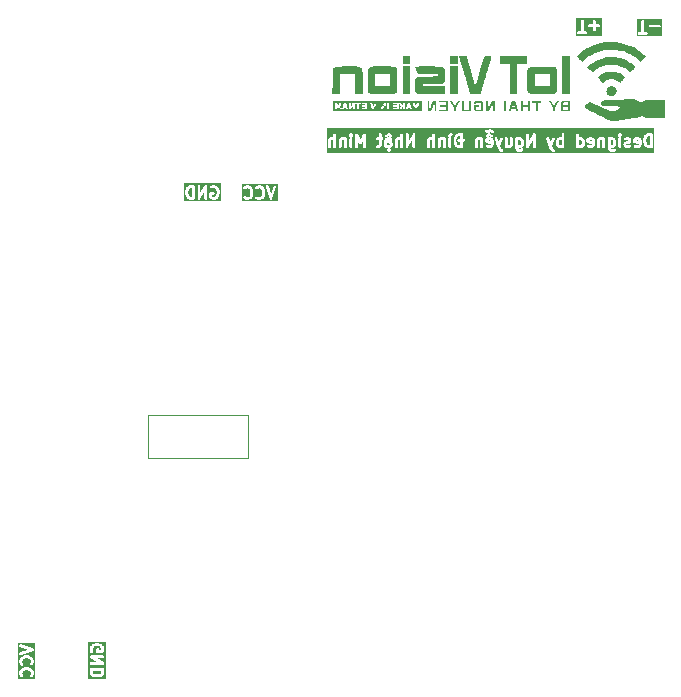
<source format=gbr>
%TF.GenerationSoftware,KiCad,Pcbnew,8.0.6*%
%TF.CreationDate,2025-04-11T21:40:20+07:00*%
%TF.ProjectId,DATN,4441544e-2e6b-4696-9361-645f70636258,rev?*%
%TF.SameCoordinates,Original*%
%TF.FileFunction,Legend,Bot*%
%TF.FilePolarity,Positive*%
%FSLAX46Y46*%
G04 Gerber Fmt 4.6, Leading zero omitted, Abs format (unit mm)*
G04 Created by KiCad (PCBNEW 8.0.6) date 2025-04-11 21:40:20*
%MOMM*%
%LPD*%
G01*
G04 APERTURE LIST*
%ADD10C,0.250000*%
%ADD11C,0.000000*%
%ADD12C,0.120000*%
G04 APERTURE END LIST*
D10*
G36*
X108239306Y-86574619D02*
G01*
X105171262Y-86574619D01*
X105171262Y-85395470D01*
X105296262Y-85395470D01*
X105296262Y-85444244D01*
X105314927Y-85489303D01*
X105349414Y-85523790D01*
X105394473Y-85542455D01*
X105443247Y-85542455D01*
X105488306Y-85523790D01*
X105507248Y-85508245D01*
X105534002Y-85481491D01*
X105629622Y-85449619D01*
X105684291Y-85449619D01*
X105779908Y-85481491D01*
X105839936Y-85541519D01*
X105872347Y-85606342D01*
X105912907Y-85768579D01*
X105912907Y-85880658D01*
X105872347Y-86042894D01*
X105839937Y-86107715D01*
X105779907Y-86167746D01*
X105684291Y-86199619D01*
X105629622Y-86199619D01*
X105534002Y-86167746D01*
X105507249Y-86140993D01*
X105488307Y-86125447D01*
X105443248Y-86106782D01*
X105394475Y-86106782D01*
X105349415Y-86125446D01*
X105314927Y-86159933D01*
X105296262Y-86204992D01*
X105296262Y-86253765D01*
X105314926Y-86298825D01*
X105330471Y-86317767D01*
X105378090Y-86365387D01*
X105397031Y-86380933D01*
X105401184Y-86382653D01*
X105404576Y-86385595D01*
X105426951Y-86395585D01*
X105569807Y-86443204D01*
X105581900Y-86445953D01*
X105584950Y-86447217D01*
X105589371Y-86447652D01*
X105593701Y-86448637D01*
X105596992Y-86448403D01*
X105609336Y-86449619D01*
X105704574Y-86449619D01*
X105716917Y-86448403D01*
X105720208Y-86448637D01*
X105724537Y-86447652D01*
X105728960Y-86447217D01*
X105732011Y-86445953D01*
X105744102Y-86443204D01*
X105886959Y-86395586D01*
X105909334Y-86385595D01*
X105912726Y-86382652D01*
X105916878Y-86380933D01*
X105935820Y-86365388D01*
X106031058Y-86270149D01*
X106038926Y-86260560D01*
X106041418Y-86258400D01*
X106043782Y-86254643D01*
X106046603Y-86251207D01*
X106047867Y-86248155D01*
X106054472Y-86237663D01*
X106102091Y-86142425D01*
X106102774Y-86140639D01*
X106103311Y-86139915D01*
X106106966Y-86129685D01*
X106110849Y-86119539D01*
X106110912Y-86118639D01*
X106111556Y-86116840D01*
X106159175Y-85926364D01*
X106159800Y-85922134D01*
X106160505Y-85920433D01*
X106161409Y-85911253D01*
X106162759Y-85902124D01*
X106162487Y-85900301D01*
X106162907Y-85896047D01*
X106162907Y-85753190D01*
X106162487Y-85748935D01*
X106162759Y-85747113D01*
X106161409Y-85737983D01*
X106160505Y-85728804D01*
X106159800Y-85727102D01*
X106159175Y-85722873D01*
X106111556Y-85532397D01*
X106110912Y-85530597D01*
X106110849Y-85529698D01*
X106106966Y-85519551D01*
X106103311Y-85509322D01*
X106102774Y-85508597D01*
X106102091Y-85506812D01*
X106054472Y-85411574D01*
X106047864Y-85401077D01*
X106046602Y-85398030D01*
X106044501Y-85395470D01*
X106296262Y-85395470D01*
X106296262Y-85444244D01*
X106314927Y-85489303D01*
X106349414Y-85523790D01*
X106394473Y-85542455D01*
X106443247Y-85542455D01*
X106488306Y-85523790D01*
X106507248Y-85508245D01*
X106534002Y-85481491D01*
X106629622Y-85449619D01*
X106684291Y-85449619D01*
X106779908Y-85481491D01*
X106839936Y-85541519D01*
X106872347Y-85606342D01*
X106912907Y-85768579D01*
X106912907Y-85880658D01*
X106872347Y-86042894D01*
X106839937Y-86107715D01*
X106779907Y-86167746D01*
X106684291Y-86199619D01*
X106629622Y-86199619D01*
X106534002Y-86167746D01*
X106507249Y-86140993D01*
X106488307Y-86125447D01*
X106443248Y-86106782D01*
X106394475Y-86106782D01*
X106349415Y-86125446D01*
X106314927Y-86159933D01*
X106296262Y-86204992D01*
X106296262Y-86253765D01*
X106314926Y-86298825D01*
X106330471Y-86317767D01*
X106378090Y-86365387D01*
X106397031Y-86380933D01*
X106401184Y-86382653D01*
X106404576Y-86385595D01*
X106426951Y-86395585D01*
X106569807Y-86443204D01*
X106581900Y-86445953D01*
X106584950Y-86447217D01*
X106589371Y-86447652D01*
X106593701Y-86448637D01*
X106596992Y-86448403D01*
X106609336Y-86449619D01*
X106704574Y-86449619D01*
X106716917Y-86448403D01*
X106720208Y-86448637D01*
X106724537Y-86447652D01*
X106728960Y-86447217D01*
X106732011Y-86445953D01*
X106744102Y-86443204D01*
X106886959Y-86395586D01*
X106909334Y-86385595D01*
X106912726Y-86382652D01*
X106916878Y-86380933D01*
X106935820Y-86365388D01*
X107031058Y-86270149D01*
X107038926Y-86260560D01*
X107041418Y-86258400D01*
X107043782Y-86254643D01*
X107046603Y-86251207D01*
X107047867Y-86248155D01*
X107054472Y-86237663D01*
X107102091Y-86142425D01*
X107102774Y-86140639D01*
X107103311Y-86139915D01*
X107106966Y-86129685D01*
X107110849Y-86119539D01*
X107110912Y-86118639D01*
X107111556Y-86116840D01*
X107159175Y-85926364D01*
X107159800Y-85922134D01*
X107160505Y-85920433D01*
X107161409Y-85911253D01*
X107162759Y-85902124D01*
X107162487Y-85900301D01*
X107162907Y-85896047D01*
X107162907Y-85753190D01*
X107162487Y-85748935D01*
X107162759Y-85747113D01*
X107161409Y-85737983D01*
X107160505Y-85728804D01*
X107159800Y-85727102D01*
X107159175Y-85722873D01*
X107111556Y-85532397D01*
X107110912Y-85530597D01*
X107110849Y-85529698D01*
X107106966Y-85519551D01*
X107103311Y-85509322D01*
X107102774Y-85508597D01*
X107102091Y-85506812D01*
X107054472Y-85411574D01*
X107047864Y-85401077D01*
X107046602Y-85398030D01*
X107043785Y-85394598D01*
X107041418Y-85390837D01*
X107038923Y-85388673D01*
X107031057Y-85379088D01*
X106992222Y-85340253D01*
X107199604Y-85340253D01*
X107205037Y-85364147D01*
X107538369Y-86364147D01*
X107548360Y-86386522D01*
X107554210Y-86393268D01*
X107558206Y-86401259D01*
X107570046Y-86411527D01*
X107580315Y-86423368D01*
X107588306Y-86427363D01*
X107595052Y-86433214D01*
X107609917Y-86438169D01*
X107623939Y-86445180D01*
X107632849Y-86445813D01*
X107641321Y-86448637D01*
X107656954Y-86447526D01*
X107672589Y-86448637D01*
X107681060Y-86445813D01*
X107689970Y-86445180D01*
X107703990Y-86438169D01*
X107718858Y-86433214D01*
X107725603Y-86427363D01*
X107733595Y-86423368D01*
X107743866Y-86411524D01*
X107755704Y-86401258D01*
X107759698Y-86393269D01*
X107765550Y-86386522D01*
X107775540Y-86364147D01*
X108108873Y-85364148D01*
X108114306Y-85340254D01*
X108110849Y-85291604D01*
X108089037Y-85247980D01*
X108052191Y-85216024D01*
X108005922Y-85200601D01*
X107957272Y-85204058D01*
X107913648Y-85225870D01*
X107881693Y-85262716D01*
X107871702Y-85285091D01*
X107656954Y-85929334D01*
X107442207Y-85285091D01*
X107432217Y-85262716D01*
X107400262Y-85225870D01*
X107356637Y-85204058D01*
X107307988Y-85200601D01*
X107261719Y-85216024D01*
X107224873Y-85247979D01*
X107203061Y-85291604D01*
X107199604Y-85340253D01*
X106992222Y-85340253D01*
X106935819Y-85283850D01*
X106916877Y-85268305D01*
X106912727Y-85266586D01*
X106909334Y-85263643D01*
X106886959Y-85253652D01*
X106744102Y-85206034D01*
X106732011Y-85203284D01*
X106728960Y-85202021D01*
X106724537Y-85201585D01*
X106720208Y-85200601D01*
X106716917Y-85200834D01*
X106704574Y-85199619D01*
X106609336Y-85199619D01*
X106596992Y-85200834D01*
X106593701Y-85200601D01*
X106589371Y-85201585D01*
X106584950Y-85202021D01*
X106581900Y-85203284D01*
X106569807Y-85206034D01*
X106426951Y-85253653D01*
X106404576Y-85263643D01*
X106401183Y-85266585D01*
X106397032Y-85268305D01*
X106378090Y-85283850D01*
X106330472Y-85331469D01*
X106314927Y-85350411D01*
X106296262Y-85395470D01*
X106044501Y-85395470D01*
X106043785Y-85394598D01*
X106041418Y-85390837D01*
X106038923Y-85388673D01*
X106031057Y-85379088D01*
X105935819Y-85283850D01*
X105916877Y-85268305D01*
X105912727Y-85266586D01*
X105909334Y-85263643D01*
X105886959Y-85253652D01*
X105744102Y-85206034D01*
X105732011Y-85203284D01*
X105728960Y-85202021D01*
X105724537Y-85201585D01*
X105720208Y-85200601D01*
X105716917Y-85200834D01*
X105704574Y-85199619D01*
X105609336Y-85199619D01*
X105596992Y-85200834D01*
X105593701Y-85200601D01*
X105589371Y-85201585D01*
X105584950Y-85202021D01*
X105581900Y-85203284D01*
X105569807Y-85206034D01*
X105426951Y-85253653D01*
X105404576Y-85263643D01*
X105401183Y-85266585D01*
X105397032Y-85268305D01*
X105378090Y-85283850D01*
X105330472Y-85331469D01*
X105314927Y-85350411D01*
X105296262Y-85395470D01*
X105171262Y-85395470D01*
X105171262Y-85074619D01*
X108239306Y-85074619D01*
X108239306Y-86574619D01*
G37*
G36*
X100954812Y-86169619D02*
G01*
X100862003Y-86169619D01*
X100766384Y-86137746D01*
X100706353Y-86077715D01*
X100673943Y-86012896D01*
X100633384Y-85850658D01*
X100633384Y-85738579D01*
X100673943Y-85576341D01*
X100706354Y-85511520D01*
X100766382Y-85451491D01*
X100862003Y-85419619D01*
X100954812Y-85419619D01*
X100954812Y-86169619D01*
G37*
G36*
X103425050Y-86544619D02*
G01*
X100258384Y-86544619D01*
X100258384Y-85723190D01*
X100383384Y-85723190D01*
X100383384Y-85866047D01*
X100383803Y-85870301D01*
X100383532Y-85872123D01*
X100384881Y-85881251D01*
X100385786Y-85890433D01*
X100386490Y-85892134D01*
X100387116Y-85896364D01*
X100434735Y-86086840D01*
X100435378Y-86088639D01*
X100435442Y-86089539D01*
X100439324Y-86099685D01*
X100442980Y-86109915D01*
X100443516Y-86110639D01*
X100444200Y-86112425D01*
X100491818Y-86207662D01*
X100498424Y-86218156D01*
X100499688Y-86221207D01*
X100502508Y-86224643D01*
X100504873Y-86228400D01*
X100507364Y-86230560D01*
X100515233Y-86240149D01*
X100610471Y-86335388D01*
X100629413Y-86350933D01*
X100633564Y-86352652D01*
X100636957Y-86355595D01*
X100659332Y-86365585D01*
X100802188Y-86413204D01*
X100814281Y-86415953D01*
X100817331Y-86417217D01*
X100821752Y-86417652D01*
X100826082Y-86418637D01*
X100829373Y-86418403D01*
X100841717Y-86419619D01*
X101079812Y-86419619D01*
X101104198Y-86417217D01*
X101149258Y-86398553D01*
X101183746Y-86364065D01*
X101202410Y-86319005D01*
X101204812Y-86294619D01*
X101204812Y-85294619D01*
X101431003Y-85294619D01*
X101431003Y-86294619D01*
X101431620Y-86300889D01*
X101431308Y-86303349D01*
X101432176Y-86306533D01*
X101433405Y-86319005D01*
X101439766Y-86334362D01*
X101444141Y-86350404D01*
X101449020Y-86356704D01*
X101452069Y-86364065D01*
X101463824Y-86375820D01*
X101474004Y-86388965D01*
X101480922Y-86392918D01*
X101486557Y-86398553D01*
X101501915Y-86404914D01*
X101516350Y-86413163D01*
X101524256Y-86414168D01*
X101531617Y-86417217D01*
X101548238Y-86417217D01*
X101564733Y-86419314D01*
X101572422Y-86417217D01*
X101580389Y-86417217D01*
X101595746Y-86410855D01*
X101611788Y-86406481D01*
X101618088Y-86401601D01*
X101625449Y-86398553D01*
X101637204Y-86386797D01*
X101650349Y-86376618D01*
X101657602Y-86366399D01*
X101659937Y-86364065D01*
X101660886Y-86361773D01*
X101664533Y-86356636D01*
X102002431Y-85765314D01*
X102002431Y-86294619D01*
X102004833Y-86319005D01*
X102023497Y-86364065D01*
X102057985Y-86398553D01*
X102103045Y-86417217D01*
X102151817Y-86417217D01*
X102196877Y-86398553D01*
X102231365Y-86364065D01*
X102250029Y-86319005D01*
X102252431Y-86294619D01*
X102252431Y-85866047D01*
X102431003Y-85866047D01*
X102431003Y-86199380D01*
X102433405Y-86223766D01*
X102452069Y-86268826D01*
X102452073Y-86268830D01*
X102467614Y-86287767D01*
X102515233Y-86335387D01*
X102534174Y-86350933D01*
X102538327Y-86352653D01*
X102541719Y-86355595D01*
X102564094Y-86365585D01*
X102706950Y-86413204D01*
X102719043Y-86415953D01*
X102722093Y-86417217D01*
X102726514Y-86417652D01*
X102730844Y-86418637D01*
X102734135Y-86418403D01*
X102746479Y-86419619D01*
X102841717Y-86419619D01*
X102854060Y-86418403D01*
X102857351Y-86418637D01*
X102861680Y-86417652D01*
X102866103Y-86417217D01*
X102869154Y-86415953D01*
X102881245Y-86413204D01*
X103024102Y-86365586D01*
X103046477Y-86355595D01*
X103049869Y-86352652D01*
X103054021Y-86350933D01*
X103072963Y-86335388D01*
X103168201Y-86240149D01*
X103176069Y-86230560D01*
X103178561Y-86228400D01*
X103180925Y-86224643D01*
X103183746Y-86221207D01*
X103185010Y-86218155D01*
X103191615Y-86207663D01*
X103239234Y-86112425D01*
X103239917Y-86110639D01*
X103240454Y-86109915D01*
X103244109Y-86099685D01*
X103247992Y-86089539D01*
X103248055Y-86088639D01*
X103248699Y-86086840D01*
X103296318Y-85896364D01*
X103296943Y-85892134D01*
X103297648Y-85890433D01*
X103298552Y-85881253D01*
X103299902Y-85872124D01*
X103299630Y-85870301D01*
X103300050Y-85866047D01*
X103300050Y-85723190D01*
X103299630Y-85718935D01*
X103299902Y-85717113D01*
X103298552Y-85707983D01*
X103297648Y-85698804D01*
X103296943Y-85697102D01*
X103296318Y-85692873D01*
X103248699Y-85502397D01*
X103248055Y-85500597D01*
X103247992Y-85499698D01*
X103244109Y-85489551D01*
X103240454Y-85479322D01*
X103239917Y-85478597D01*
X103239234Y-85476812D01*
X103191615Y-85381574D01*
X103185007Y-85371077D01*
X103183745Y-85368030D01*
X103180928Y-85364598D01*
X103178561Y-85360837D01*
X103176066Y-85358673D01*
X103168200Y-85349088D01*
X103072962Y-85253850D01*
X103054020Y-85238305D01*
X103049870Y-85236586D01*
X103046477Y-85233643D01*
X103024102Y-85223652D01*
X102881245Y-85176034D01*
X102869154Y-85173284D01*
X102866103Y-85172021D01*
X102861680Y-85171585D01*
X102857351Y-85170601D01*
X102854060Y-85170834D01*
X102841717Y-85169619D01*
X102698860Y-85169619D01*
X102674474Y-85172021D01*
X102670324Y-85173739D01*
X102665844Y-85174058D01*
X102642958Y-85182816D01*
X102547720Y-85230435D01*
X102526983Y-85243489D01*
X102495027Y-85280334D01*
X102479603Y-85326604D01*
X102483061Y-85375254D01*
X102504873Y-85418877D01*
X102541718Y-85450833D01*
X102587988Y-85466257D01*
X102636638Y-85462799D01*
X102659524Y-85454041D01*
X102728369Y-85419619D01*
X102821434Y-85419619D01*
X102917051Y-85451491D01*
X102977079Y-85511519D01*
X103009490Y-85576342D01*
X103050050Y-85738579D01*
X103050050Y-85850658D01*
X103009490Y-86012894D01*
X102977080Y-86077715D01*
X102917050Y-86137746D01*
X102821434Y-86169619D01*
X102766765Y-86169619D01*
X102681003Y-86141032D01*
X102681003Y-85991047D01*
X102746479Y-85991047D01*
X102770865Y-85988645D01*
X102815925Y-85969981D01*
X102850413Y-85935493D01*
X102869077Y-85890433D01*
X102869077Y-85841661D01*
X102850413Y-85796601D01*
X102815925Y-85762113D01*
X102770865Y-85743449D01*
X102746479Y-85741047D01*
X102556003Y-85741047D01*
X102531617Y-85743449D01*
X102486557Y-85762113D01*
X102452069Y-85796601D01*
X102433405Y-85841661D01*
X102431003Y-85866047D01*
X102252431Y-85866047D01*
X102252431Y-85294619D01*
X102251813Y-85288347D01*
X102252126Y-85285888D01*
X102251257Y-85282702D01*
X102250029Y-85270233D01*
X102243668Y-85254876D01*
X102239293Y-85238834D01*
X102234413Y-85232533D01*
X102231365Y-85225173D01*
X102219609Y-85213417D01*
X102209430Y-85200273D01*
X102202511Y-85196319D01*
X102196877Y-85190685D01*
X102181518Y-85184323D01*
X102167084Y-85176075D01*
X102159177Y-85175069D01*
X102151817Y-85172021D01*
X102135196Y-85172021D01*
X102118701Y-85169924D01*
X102111012Y-85172021D01*
X102103045Y-85172021D01*
X102087687Y-85178382D01*
X102071646Y-85182757D01*
X102065345Y-85187636D01*
X102057985Y-85190685D01*
X102046229Y-85202440D01*
X102033085Y-85212620D01*
X102025831Y-85222838D01*
X102023497Y-85225173D01*
X102022547Y-85227464D01*
X102018901Y-85232602D01*
X101681003Y-85823924D01*
X101681003Y-85294619D01*
X101678601Y-85270233D01*
X101659937Y-85225173D01*
X101625449Y-85190685D01*
X101580389Y-85172021D01*
X101531617Y-85172021D01*
X101486557Y-85190685D01*
X101452069Y-85225173D01*
X101433405Y-85270233D01*
X101431003Y-85294619D01*
X101204812Y-85294619D01*
X101202410Y-85270233D01*
X101183746Y-85225173D01*
X101149258Y-85190685D01*
X101104198Y-85172021D01*
X101079812Y-85169619D01*
X100841717Y-85169619D01*
X100829373Y-85170834D01*
X100826082Y-85170601D01*
X100821752Y-85171585D01*
X100817331Y-85172021D01*
X100814281Y-85173284D01*
X100802188Y-85176034D01*
X100659332Y-85223653D01*
X100636957Y-85233643D01*
X100633563Y-85236586D01*
X100629414Y-85238305D01*
X100610472Y-85253850D01*
X100515234Y-85349088D01*
X100507367Y-85358673D01*
X100504873Y-85360837D01*
X100502504Y-85364598D01*
X100499689Y-85368030D01*
X100498427Y-85371076D01*
X100491818Y-85381575D01*
X100444200Y-85476812D01*
X100443516Y-85478597D01*
X100442980Y-85479322D01*
X100439324Y-85489551D01*
X100435442Y-85499698D01*
X100435378Y-85500597D01*
X100434735Y-85502397D01*
X100387116Y-85692873D01*
X100386490Y-85697102D01*
X100385786Y-85698804D01*
X100384881Y-85707985D01*
X100383532Y-85717114D01*
X100383803Y-85718935D01*
X100383384Y-85723190D01*
X100258384Y-85723190D01*
X100258384Y-85044619D01*
X103425050Y-85044619D01*
X103425050Y-86544619D01*
G37*
G36*
X93289619Y-126392996D02*
G01*
X93257746Y-126488614D01*
X93197715Y-126548645D01*
X93132896Y-126581055D01*
X92970658Y-126621615D01*
X92858579Y-126621615D01*
X92696342Y-126581055D01*
X92631519Y-126548644D01*
X92571491Y-126488616D01*
X92539619Y-126392998D01*
X92539619Y-126300187D01*
X93289619Y-126300187D01*
X93289619Y-126392996D01*
G37*
G36*
X93664619Y-126996615D02*
G01*
X92164619Y-126996615D01*
X92164619Y-126175187D01*
X92289619Y-126175187D01*
X92289619Y-126413282D01*
X92290834Y-126425625D01*
X92290601Y-126428916D01*
X92291585Y-126433245D01*
X92292021Y-126437668D01*
X92293284Y-126440719D01*
X92296034Y-126452810D01*
X92343652Y-126595667D01*
X92353643Y-126618042D01*
X92356586Y-126621435D01*
X92358305Y-126625585D01*
X92373850Y-126644527D01*
X92469088Y-126739765D01*
X92478673Y-126747631D01*
X92480837Y-126750126D01*
X92484598Y-126752493D01*
X92488030Y-126755310D01*
X92491077Y-126756572D01*
X92501574Y-126763180D01*
X92596812Y-126810799D01*
X92598597Y-126811482D01*
X92599322Y-126812019D01*
X92609551Y-126815674D01*
X92619698Y-126819557D01*
X92620597Y-126819620D01*
X92622397Y-126820264D01*
X92812873Y-126867883D01*
X92817102Y-126868508D01*
X92818804Y-126869213D01*
X92827983Y-126870117D01*
X92837113Y-126871467D01*
X92838935Y-126871195D01*
X92843190Y-126871615D01*
X92986047Y-126871615D01*
X92990301Y-126871195D01*
X92992123Y-126871467D01*
X93001251Y-126870117D01*
X93010433Y-126869213D01*
X93012134Y-126868508D01*
X93016364Y-126867883D01*
X93206840Y-126820264D01*
X93208639Y-126819620D01*
X93209539Y-126819557D01*
X93219685Y-126815674D01*
X93229915Y-126812019D01*
X93230639Y-126811482D01*
X93232425Y-126810799D01*
X93327662Y-126763181D01*
X93338156Y-126756574D01*
X93341207Y-126755311D01*
X93344643Y-126752490D01*
X93348400Y-126750126D01*
X93350560Y-126747634D01*
X93360149Y-126739766D01*
X93455388Y-126644528D01*
X93470933Y-126625586D01*
X93472652Y-126621434D01*
X93475595Y-126618042D01*
X93485585Y-126595667D01*
X93533204Y-126452811D01*
X93535953Y-126440717D01*
X93537217Y-126437668D01*
X93537652Y-126433246D01*
X93538637Y-126428917D01*
X93538403Y-126425625D01*
X93539619Y-126413282D01*
X93539619Y-126175187D01*
X93537217Y-126150801D01*
X93518553Y-126105741D01*
X93484065Y-126071253D01*
X93439005Y-126052589D01*
X93414619Y-126050187D01*
X92414619Y-126050187D01*
X92390233Y-126052589D01*
X92345173Y-126071253D01*
X92310685Y-126105741D01*
X92292021Y-126150801D01*
X92289619Y-126175187D01*
X92164619Y-126175187D01*
X92164619Y-125136298D01*
X92289924Y-125136298D01*
X92292021Y-125143987D01*
X92292021Y-125151954D01*
X92298382Y-125167311D01*
X92302757Y-125183353D01*
X92307636Y-125189653D01*
X92310685Y-125197014D01*
X92322440Y-125208769D01*
X92332620Y-125221914D01*
X92342838Y-125229167D01*
X92345173Y-125231502D01*
X92347464Y-125232451D01*
X92352602Y-125236098D01*
X92943923Y-125573996D01*
X92414619Y-125573996D01*
X92390233Y-125576398D01*
X92345173Y-125595062D01*
X92310685Y-125629550D01*
X92292021Y-125674610D01*
X92292021Y-125723382D01*
X92310685Y-125768442D01*
X92345173Y-125802930D01*
X92390233Y-125821594D01*
X92414619Y-125823996D01*
X93414619Y-125823996D01*
X93420890Y-125823378D01*
X93423350Y-125823691D01*
X93426535Y-125822822D01*
X93439005Y-125821594D01*
X93454361Y-125815233D01*
X93470404Y-125810858D01*
X93476704Y-125805978D01*
X93484065Y-125802930D01*
X93495820Y-125791174D01*
X93508965Y-125780995D01*
X93512918Y-125774076D01*
X93518553Y-125768442D01*
X93524914Y-125753083D01*
X93533163Y-125738649D01*
X93534168Y-125730742D01*
X93537217Y-125723382D01*
X93537217Y-125706760D01*
X93539314Y-125690266D01*
X93537217Y-125682576D01*
X93537217Y-125674610D01*
X93530855Y-125659252D01*
X93526481Y-125643211D01*
X93521601Y-125636910D01*
X93518553Y-125629550D01*
X93506797Y-125617794D01*
X93496618Y-125604650D01*
X93486399Y-125597396D01*
X93484065Y-125595062D01*
X93481773Y-125594112D01*
X93476636Y-125590466D01*
X92885314Y-125252568D01*
X93414619Y-125252568D01*
X93439005Y-125250166D01*
X93484065Y-125231502D01*
X93518553Y-125197014D01*
X93537217Y-125151954D01*
X93537217Y-125103182D01*
X93518553Y-125058122D01*
X93484065Y-125023634D01*
X93439005Y-125004970D01*
X93414619Y-125002568D01*
X92414619Y-125002568D01*
X92408348Y-125003185D01*
X92405889Y-125002873D01*
X92402704Y-125003741D01*
X92390233Y-125004970D01*
X92374875Y-125011331D01*
X92358834Y-125015706D01*
X92352533Y-125020585D01*
X92345173Y-125023634D01*
X92333417Y-125035389D01*
X92320273Y-125045569D01*
X92316319Y-125052487D01*
X92310685Y-125058122D01*
X92304323Y-125073480D01*
X92296075Y-125087915D01*
X92295069Y-125095821D01*
X92292021Y-125103182D01*
X92292021Y-125119803D01*
X92289924Y-125136298D01*
X92164619Y-125136298D01*
X92164619Y-124413282D01*
X92289619Y-124413282D01*
X92289619Y-124556139D01*
X92292021Y-124580525D01*
X92293739Y-124584673D01*
X92294058Y-124589155D01*
X92302816Y-124612041D01*
X92350434Y-124707278D01*
X92363489Y-124728016D01*
X92400334Y-124759972D01*
X92446604Y-124775395D01*
X92495254Y-124771937D01*
X92538877Y-124750126D01*
X92570833Y-124713281D01*
X92586256Y-124667010D01*
X92582799Y-124618361D01*
X92574041Y-124595475D01*
X92539619Y-124526631D01*
X92539619Y-124433565D01*
X92571491Y-124337947D01*
X92631519Y-124277919D01*
X92696342Y-124245508D01*
X92858579Y-124204949D01*
X92970658Y-124204949D01*
X93132896Y-124245508D01*
X93197715Y-124277918D01*
X93257746Y-124337949D01*
X93289619Y-124433567D01*
X93289619Y-124488234D01*
X93261032Y-124573996D01*
X93111047Y-124573996D01*
X93111047Y-124508520D01*
X93108645Y-124484134D01*
X93089981Y-124439074D01*
X93055493Y-124404586D01*
X93010433Y-124385922D01*
X92961661Y-124385922D01*
X92916601Y-124404586D01*
X92882113Y-124439074D01*
X92863449Y-124484134D01*
X92861047Y-124508520D01*
X92861047Y-124698996D01*
X92863449Y-124723381D01*
X92863449Y-124723382D01*
X92882113Y-124768442D01*
X92916601Y-124802930D01*
X92961661Y-124821594D01*
X92986047Y-124823996D01*
X93319380Y-124823996D01*
X93343766Y-124821594D01*
X93388826Y-124802930D01*
X93388830Y-124802925D01*
X93407767Y-124787385D01*
X93455387Y-124739766D01*
X93470933Y-124720825D01*
X93472653Y-124716671D01*
X93475595Y-124713280D01*
X93485585Y-124690905D01*
X93533204Y-124548049D01*
X93535953Y-124535955D01*
X93537217Y-124532906D01*
X93537652Y-124528484D01*
X93538637Y-124524155D01*
X93538403Y-124520863D01*
X93539619Y-124508520D01*
X93539619Y-124413282D01*
X93538403Y-124400938D01*
X93538637Y-124397647D01*
X93537652Y-124393317D01*
X93537217Y-124388896D01*
X93535953Y-124385846D01*
X93533204Y-124373753D01*
X93485585Y-124230897D01*
X93475595Y-124208522D01*
X93472652Y-124205129D01*
X93470933Y-124200978D01*
X93455388Y-124182036D01*
X93360149Y-124086798D01*
X93350560Y-124078929D01*
X93348400Y-124076438D01*
X93344643Y-124074073D01*
X93341207Y-124071253D01*
X93338156Y-124069989D01*
X93327662Y-124063383D01*
X93232425Y-124015765D01*
X93230639Y-124015081D01*
X93229915Y-124014545D01*
X93219685Y-124010889D01*
X93209539Y-124007007D01*
X93208639Y-124006943D01*
X93206840Y-124006300D01*
X93016364Y-123958681D01*
X93012134Y-123958055D01*
X93010433Y-123957351D01*
X93001251Y-123956446D01*
X92992123Y-123955097D01*
X92990301Y-123955368D01*
X92986047Y-123954949D01*
X92843190Y-123954949D01*
X92838935Y-123955368D01*
X92837113Y-123955097D01*
X92827983Y-123956446D01*
X92818804Y-123957351D01*
X92817102Y-123958055D01*
X92812873Y-123958681D01*
X92622397Y-124006300D01*
X92620597Y-124006943D01*
X92619698Y-124007007D01*
X92609551Y-124010889D01*
X92599322Y-124014545D01*
X92598597Y-124015081D01*
X92596812Y-124015765D01*
X92501574Y-124063384D01*
X92491077Y-124069991D01*
X92488030Y-124071254D01*
X92484598Y-124074070D01*
X92480837Y-124076438D01*
X92478673Y-124078932D01*
X92469088Y-124086799D01*
X92373850Y-124182037D01*
X92358305Y-124200979D01*
X92356586Y-124205128D01*
X92353643Y-124208522D01*
X92343652Y-124230897D01*
X92296034Y-124373754D01*
X92293284Y-124385844D01*
X92292021Y-124388896D01*
X92291585Y-124393318D01*
X92290601Y-124397648D01*
X92290834Y-124400938D01*
X92289619Y-124413282D01*
X92164619Y-124413282D01*
X92164619Y-123829949D01*
X93664619Y-123829949D01*
X93664619Y-126996615D01*
G37*
G36*
X87704619Y-126994213D02*
G01*
X86204619Y-126994213D01*
X86204619Y-126460901D01*
X86329619Y-126460901D01*
X86329619Y-126556139D01*
X86330834Y-126568482D01*
X86330601Y-126571773D01*
X86331585Y-126576102D01*
X86332021Y-126580525D01*
X86333284Y-126583576D01*
X86336034Y-126595667D01*
X86383652Y-126738524D01*
X86393643Y-126760899D01*
X86396586Y-126764292D01*
X86398305Y-126768442D01*
X86413850Y-126787384D01*
X86461468Y-126835003D01*
X86480410Y-126850548D01*
X86525470Y-126869213D01*
X86574243Y-126869213D01*
X86619303Y-126850548D01*
X86653790Y-126816061D01*
X86672455Y-126771001D01*
X86672455Y-126722228D01*
X86653790Y-126677168D01*
X86638245Y-126658226D01*
X86611491Y-126631473D01*
X86579619Y-126535855D01*
X86579619Y-126481184D01*
X86611491Y-126385566D01*
X86671519Y-126325538D01*
X86736342Y-126293127D01*
X86898579Y-126252568D01*
X87010658Y-126252568D01*
X87172896Y-126293127D01*
X87237715Y-126325537D01*
X87297746Y-126385568D01*
X87329619Y-126481186D01*
X87329619Y-126535853D01*
X87297746Y-126631472D01*
X87270993Y-126658226D01*
X87255447Y-126677168D01*
X87236782Y-126722227D01*
X87236782Y-126771000D01*
X87255446Y-126816060D01*
X87289933Y-126850548D01*
X87334992Y-126869213D01*
X87383765Y-126869213D01*
X87428825Y-126850549D01*
X87447767Y-126835004D01*
X87495387Y-126787385D01*
X87510933Y-126768444D01*
X87512653Y-126764290D01*
X87515595Y-126760899D01*
X87525585Y-126738524D01*
X87573204Y-126595668D01*
X87575953Y-126583574D01*
X87577217Y-126580525D01*
X87577652Y-126576103D01*
X87578637Y-126571774D01*
X87578403Y-126568482D01*
X87579619Y-126556139D01*
X87579619Y-126460901D01*
X87578403Y-126448557D01*
X87578637Y-126445266D01*
X87577652Y-126440936D01*
X87577217Y-126436515D01*
X87575953Y-126433465D01*
X87573204Y-126421372D01*
X87525585Y-126278516D01*
X87515595Y-126256141D01*
X87512652Y-126252748D01*
X87510933Y-126248597D01*
X87495388Y-126229655D01*
X87400149Y-126134417D01*
X87390560Y-126126548D01*
X87388400Y-126124057D01*
X87384643Y-126121692D01*
X87381207Y-126118872D01*
X87378156Y-126117608D01*
X87367662Y-126111002D01*
X87272425Y-126063384D01*
X87270639Y-126062700D01*
X87269915Y-126062164D01*
X87259685Y-126058508D01*
X87249539Y-126054626D01*
X87248639Y-126054562D01*
X87246840Y-126053919D01*
X87056364Y-126006300D01*
X87052134Y-126005674D01*
X87050433Y-126004970D01*
X87041251Y-126004065D01*
X87032123Y-126002716D01*
X87030301Y-126002987D01*
X87026047Y-126002568D01*
X86883190Y-126002568D01*
X86878935Y-126002987D01*
X86877113Y-126002716D01*
X86867983Y-126004065D01*
X86858804Y-126004970D01*
X86857102Y-126005674D01*
X86852873Y-126006300D01*
X86662397Y-126053919D01*
X86660597Y-126054562D01*
X86659698Y-126054626D01*
X86649551Y-126058508D01*
X86639322Y-126062164D01*
X86638597Y-126062700D01*
X86636812Y-126063384D01*
X86541574Y-126111003D01*
X86531077Y-126117610D01*
X86528030Y-126118873D01*
X86524598Y-126121689D01*
X86520837Y-126124057D01*
X86518673Y-126126551D01*
X86509088Y-126134418D01*
X86413850Y-126229656D01*
X86398305Y-126248598D01*
X86396586Y-126252747D01*
X86393643Y-126256141D01*
X86383652Y-126278516D01*
X86336034Y-126421373D01*
X86333284Y-126433463D01*
X86332021Y-126436515D01*
X86331585Y-126440937D01*
X86330601Y-126445267D01*
X86330834Y-126448557D01*
X86329619Y-126460901D01*
X86204619Y-126460901D01*
X86204619Y-125460901D01*
X86329619Y-125460901D01*
X86329619Y-125556139D01*
X86330834Y-125568482D01*
X86330601Y-125571773D01*
X86331585Y-125576102D01*
X86332021Y-125580525D01*
X86333284Y-125583576D01*
X86336034Y-125595667D01*
X86383652Y-125738524D01*
X86393643Y-125760899D01*
X86396586Y-125764292D01*
X86398305Y-125768442D01*
X86413850Y-125787384D01*
X86461468Y-125835003D01*
X86480410Y-125850548D01*
X86525470Y-125869213D01*
X86574243Y-125869213D01*
X86619303Y-125850548D01*
X86653790Y-125816061D01*
X86672455Y-125771001D01*
X86672455Y-125722228D01*
X86653790Y-125677168D01*
X86638245Y-125658226D01*
X86611491Y-125631473D01*
X86579619Y-125535855D01*
X86579619Y-125481184D01*
X86611491Y-125385566D01*
X86671519Y-125325538D01*
X86736342Y-125293127D01*
X86898579Y-125252568D01*
X87010658Y-125252568D01*
X87172896Y-125293127D01*
X87237715Y-125325537D01*
X87297746Y-125385568D01*
X87329619Y-125481186D01*
X87329619Y-125535853D01*
X87297746Y-125631472D01*
X87270993Y-125658226D01*
X87255447Y-125677168D01*
X87236782Y-125722227D01*
X87236782Y-125771000D01*
X87255446Y-125816060D01*
X87289933Y-125850548D01*
X87334992Y-125869213D01*
X87383765Y-125869213D01*
X87428825Y-125850549D01*
X87447767Y-125835004D01*
X87495387Y-125787385D01*
X87510933Y-125768444D01*
X87512653Y-125764290D01*
X87515595Y-125760899D01*
X87525585Y-125738524D01*
X87573204Y-125595668D01*
X87575953Y-125583574D01*
X87577217Y-125580525D01*
X87577652Y-125576103D01*
X87578637Y-125571774D01*
X87578403Y-125568482D01*
X87579619Y-125556139D01*
X87579619Y-125460901D01*
X87578403Y-125448557D01*
X87578637Y-125445266D01*
X87577652Y-125440936D01*
X87577217Y-125436515D01*
X87575953Y-125433465D01*
X87573204Y-125421372D01*
X87525585Y-125278516D01*
X87515595Y-125256141D01*
X87512652Y-125252748D01*
X87510933Y-125248597D01*
X87495388Y-125229655D01*
X87400149Y-125134417D01*
X87390560Y-125126548D01*
X87388400Y-125124057D01*
X87384643Y-125121692D01*
X87381207Y-125118872D01*
X87378156Y-125117608D01*
X87367662Y-125111002D01*
X87272425Y-125063384D01*
X87270639Y-125062700D01*
X87269915Y-125062164D01*
X87259685Y-125058508D01*
X87249539Y-125054626D01*
X87248639Y-125054562D01*
X87246840Y-125053919D01*
X87056364Y-125006300D01*
X87052134Y-125005674D01*
X87050433Y-125004970D01*
X87041251Y-125004065D01*
X87032123Y-125002716D01*
X87030301Y-125002987D01*
X87026047Y-125002568D01*
X86883190Y-125002568D01*
X86878935Y-125002987D01*
X86877113Y-125002716D01*
X86867983Y-125004065D01*
X86858804Y-125004970D01*
X86857102Y-125005674D01*
X86852873Y-125006300D01*
X86662397Y-125053919D01*
X86660597Y-125054562D01*
X86659698Y-125054626D01*
X86649551Y-125058508D01*
X86639322Y-125062164D01*
X86638597Y-125062700D01*
X86636812Y-125063384D01*
X86541574Y-125111003D01*
X86531077Y-125117610D01*
X86528030Y-125118873D01*
X86524598Y-125121689D01*
X86520837Y-125124057D01*
X86518673Y-125126551D01*
X86509088Y-125134418D01*
X86413850Y-125229656D01*
X86398305Y-125248598D01*
X86396586Y-125252747D01*
X86393643Y-125256141D01*
X86383652Y-125278516D01*
X86336034Y-125421373D01*
X86333284Y-125433463D01*
X86332021Y-125436515D01*
X86331585Y-125440937D01*
X86330601Y-125445267D01*
X86330834Y-125448557D01*
X86329619Y-125460901D01*
X86204619Y-125460901D01*
X86204619Y-124159553D01*
X86330601Y-124159553D01*
X86334058Y-124208202D01*
X86355870Y-124251827D01*
X86392716Y-124283782D01*
X86415091Y-124293772D01*
X87059335Y-124508520D01*
X86415091Y-124723268D01*
X86392716Y-124733258D01*
X86355870Y-124765213D01*
X86334058Y-124808838D01*
X86330601Y-124857487D01*
X86346024Y-124903756D01*
X86377979Y-124940602D01*
X86421604Y-124962414D01*
X86470253Y-124965871D01*
X86494147Y-124960438D01*
X87494147Y-124627106D01*
X87516522Y-124617115D01*
X87523269Y-124611263D01*
X87531258Y-124607269D01*
X87541524Y-124595431D01*
X87553368Y-124585160D01*
X87557363Y-124577168D01*
X87563214Y-124570423D01*
X87568169Y-124555558D01*
X87575180Y-124541536D01*
X87575813Y-124532625D01*
X87578637Y-124524154D01*
X87577526Y-124508520D01*
X87578637Y-124492886D01*
X87575813Y-124484414D01*
X87575180Y-124475504D01*
X87568169Y-124461482D01*
X87563214Y-124446617D01*
X87557363Y-124439871D01*
X87553368Y-124431880D01*
X87541524Y-124421608D01*
X87531258Y-124409771D01*
X87523269Y-124405776D01*
X87516522Y-124399925D01*
X87494147Y-124389934D01*
X86494147Y-124056602D01*
X86470253Y-124051169D01*
X86421604Y-124054626D01*
X86377979Y-124076438D01*
X86346024Y-124113284D01*
X86330601Y-124159553D01*
X86204619Y-124159553D01*
X86204619Y-123926169D01*
X87704619Y-123926169D01*
X87704619Y-126994213D01*
G37*
G36*
X135633976Y-72535380D02*
G01*
X133472113Y-72535380D01*
X133472113Y-72260994D01*
X133597113Y-72260994D01*
X133597113Y-72309766D01*
X133615777Y-72354826D01*
X133650265Y-72389314D01*
X133695325Y-72407978D01*
X133719711Y-72410380D01*
X134291139Y-72410380D01*
X134315525Y-72407978D01*
X134360585Y-72389314D01*
X134395073Y-72354826D01*
X134413737Y-72309766D01*
X134413737Y-72260994D01*
X134395073Y-72215934D01*
X134360585Y-72181446D01*
X134315525Y-72162782D01*
X134291139Y-72160380D01*
X134130425Y-72160380D01*
X134130425Y-71641947D01*
X134501875Y-71641947D01*
X134501875Y-71690719D01*
X134520539Y-71735779D01*
X134555027Y-71770267D01*
X134600087Y-71788931D01*
X134624473Y-71791333D01*
X134880425Y-71791333D01*
X134880425Y-72047285D01*
X134882827Y-72071671D01*
X134901491Y-72116731D01*
X134935979Y-72151219D01*
X134981039Y-72169883D01*
X135029811Y-72169883D01*
X135074871Y-72151219D01*
X135109359Y-72116731D01*
X135128023Y-72071671D01*
X135130425Y-72047285D01*
X135130425Y-71791333D01*
X135386378Y-71791333D01*
X135410764Y-71788931D01*
X135455824Y-71770267D01*
X135490312Y-71735779D01*
X135508976Y-71690719D01*
X135508976Y-71641947D01*
X135490312Y-71596887D01*
X135455824Y-71562399D01*
X135410764Y-71543735D01*
X135386378Y-71541333D01*
X135130425Y-71541333D01*
X135130425Y-71285380D01*
X135128023Y-71260994D01*
X135109359Y-71215934D01*
X135074871Y-71181446D01*
X135029811Y-71162782D01*
X134981039Y-71162782D01*
X134935979Y-71181446D01*
X134901491Y-71215934D01*
X134882827Y-71260994D01*
X134880425Y-71285380D01*
X134880425Y-71541333D01*
X134624473Y-71541333D01*
X134600087Y-71543735D01*
X134555027Y-71562399D01*
X134520539Y-71596887D01*
X134501875Y-71641947D01*
X134130425Y-71641947D01*
X134130425Y-71285380D01*
X134128023Y-71260994D01*
X134109359Y-71215934D01*
X134074871Y-71181446D01*
X134029811Y-71162782D01*
X133981039Y-71162782D01*
X133935979Y-71181446D01*
X133901491Y-71215934D01*
X133882827Y-71260994D01*
X133880425Y-71285380D01*
X133880425Y-72160380D01*
X133719711Y-72160380D01*
X133695325Y-72162782D01*
X133650265Y-72181446D01*
X133615777Y-72215934D01*
X133597113Y-72260994D01*
X133472113Y-72260994D01*
X133472113Y-71037782D01*
X135633976Y-71037782D01*
X135633976Y-72535380D01*
G37*
G36*
X140763976Y-72585380D02*
G01*
X138602113Y-72585380D01*
X138602113Y-72310994D01*
X138727113Y-72310994D01*
X138727113Y-72359766D01*
X138745777Y-72404826D01*
X138780265Y-72439314D01*
X138825325Y-72457978D01*
X138849711Y-72460380D01*
X139421139Y-72460380D01*
X139445525Y-72457978D01*
X139490585Y-72439314D01*
X139525073Y-72404826D01*
X139543737Y-72359766D01*
X139543737Y-72310994D01*
X139525073Y-72265934D01*
X139490585Y-72231446D01*
X139445525Y-72212782D01*
X139421139Y-72210380D01*
X139260425Y-72210380D01*
X139260425Y-71691947D01*
X139631875Y-71691947D01*
X139631875Y-71740719D01*
X139650539Y-71785779D01*
X139685027Y-71820267D01*
X139730087Y-71838931D01*
X139754473Y-71841333D01*
X140516378Y-71841333D01*
X140540764Y-71838931D01*
X140585824Y-71820267D01*
X140620312Y-71785779D01*
X140638976Y-71740719D01*
X140638976Y-71691947D01*
X140620312Y-71646887D01*
X140585824Y-71612399D01*
X140540764Y-71593735D01*
X140516378Y-71591333D01*
X139754473Y-71591333D01*
X139730087Y-71593735D01*
X139685027Y-71612399D01*
X139650539Y-71646887D01*
X139631875Y-71691947D01*
X139260425Y-71691947D01*
X139260425Y-71335380D01*
X139258023Y-71310994D01*
X139239359Y-71265934D01*
X139204871Y-71231446D01*
X139159811Y-71212782D01*
X139111039Y-71212782D01*
X139065979Y-71231446D01*
X139031491Y-71265934D01*
X139012827Y-71310994D01*
X139010425Y-71335380D01*
X139010425Y-72210380D01*
X138849711Y-72210380D01*
X138825325Y-72212782D01*
X138780265Y-72231446D01*
X138745777Y-72265934D01*
X138727113Y-72310994D01*
X138602113Y-72310994D01*
X138602113Y-71087782D01*
X140763976Y-71087782D01*
X140763976Y-72585380D01*
G37*
G36*
X128775002Y-81393302D02*
G01*
X128793934Y-81412235D01*
X128819285Y-81462936D01*
X128819285Y-81689633D01*
X128793933Y-81740336D01*
X128775002Y-81759268D01*
X128724301Y-81784619D01*
X128593095Y-81784619D01*
X128593095Y-81367952D01*
X128724301Y-81367952D01*
X128775002Y-81393302D01*
G37*
G36*
X136584527Y-81393302D02*
G01*
X136603459Y-81412235D01*
X136628810Y-81462936D01*
X136628810Y-81689633D01*
X136603458Y-81740336D01*
X136584527Y-81759268D01*
X136533826Y-81784619D01*
X136402620Y-81784619D01*
X136402620Y-81367952D01*
X136533826Y-81367952D01*
X136584527Y-81393302D01*
G37*
G36*
X117708257Y-81669454D02*
G01*
X117724046Y-81701031D01*
X117724046Y-81737252D01*
X117708256Y-81768831D01*
X117676681Y-81784619D01*
X117497856Y-81784619D01*
X117497856Y-81653666D01*
X117676681Y-81653666D01*
X117708257Y-81669454D01*
G37*
G36*
X123676427Y-81260809D02*
G01*
X123563332Y-81260809D01*
X123538946Y-81263211D01*
X123493886Y-81281875D01*
X123459398Y-81316363D01*
X123440734Y-81361423D01*
X123440734Y-81410195D01*
X123459398Y-81455255D01*
X123493886Y-81489743D01*
X123538946Y-81508407D01*
X123563332Y-81510809D01*
X123676427Y-81510809D01*
X123676427Y-81784619D01*
X123583618Y-81784619D01*
X123487999Y-81752746D01*
X123427968Y-81692715D01*
X123395558Y-81627896D01*
X123354999Y-81465658D01*
X123354999Y-81353579D01*
X123395558Y-81191341D01*
X123427969Y-81126520D01*
X123487997Y-81066491D01*
X123583618Y-81034619D01*
X123676427Y-81034619D01*
X123676427Y-81260809D01*
G37*
G36*
X126232067Y-81383740D02*
G01*
X126247856Y-81415317D01*
X126247856Y-81423809D01*
X126040328Y-81382303D01*
X126069032Y-81367952D01*
X126200491Y-81367952D01*
X126232067Y-81383740D01*
G37*
G36*
X132247857Y-81784619D02*
G01*
X132116652Y-81784619D01*
X132065950Y-81759268D01*
X132047018Y-81740336D01*
X132021667Y-81689634D01*
X132021667Y-81462936D01*
X132047017Y-81412234D01*
X132065950Y-81393302D01*
X132116652Y-81367952D01*
X132247857Y-81367952D01*
X132247857Y-81784619D01*
G37*
G36*
X133917860Y-81393302D02*
G01*
X133936792Y-81412235D01*
X133962143Y-81462936D01*
X133962143Y-81689633D01*
X133936791Y-81740336D01*
X133917860Y-81759268D01*
X133867159Y-81784619D01*
X133735953Y-81784619D01*
X133735953Y-81367952D01*
X133867159Y-81367952D01*
X133917860Y-81393302D01*
G37*
G36*
X134803497Y-81383740D02*
G01*
X134819286Y-81415317D01*
X134819286Y-81423809D01*
X134611758Y-81382303D01*
X134640462Y-81367952D01*
X134771921Y-81367952D01*
X134803497Y-81383740D01*
G37*
G36*
X138755878Y-81383740D02*
G01*
X138771667Y-81415317D01*
X138771667Y-81423809D01*
X138564139Y-81382303D01*
X138592843Y-81367952D01*
X138724302Y-81367952D01*
X138755878Y-81383740D01*
G37*
G36*
X139724048Y-81784619D02*
G01*
X139631239Y-81784619D01*
X139535620Y-81752746D01*
X139475589Y-81692715D01*
X139443179Y-81627896D01*
X139402620Y-81465658D01*
X139402620Y-81353579D01*
X139443179Y-81191341D01*
X139475590Y-81126520D01*
X139535618Y-81066491D01*
X139631239Y-81034619D01*
X139724048Y-81034619D01*
X139724048Y-81784619D01*
G37*
G36*
X140099048Y-82492952D02*
G01*
X112360951Y-82492952D01*
X112360951Y-81385809D01*
X112485951Y-81385809D01*
X112485951Y-81909619D01*
X112488353Y-81934005D01*
X112507017Y-81979065D01*
X112541505Y-82013553D01*
X112586565Y-82032217D01*
X112635337Y-82032217D01*
X112680397Y-82013553D01*
X112714885Y-81979065D01*
X112733549Y-81934005D01*
X112735951Y-81909619D01*
X112735951Y-81415317D01*
X112751739Y-81383740D01*
X112783317Y-81367952D01*
X112867157Y-81367952D01*
X112914522Y-81391634D01*
X112914522Y-81909619D01*
X112916924Y-81934005D01*
X112935588Y-81979065D01*
X112970076Y-82013553D01*
X113015136Y-82032217D01*
X113063908Y-82032217D01*
X113108968Y-82013553D01*
X113143456Y-81979065D01*
X113162120Y-81934005D01*
X113164522Y-81909619D01*
X113164522Y-81385809D01*
X113390713Y-81385809D01*
X113390713Y-81909619D01*
X113393115Y-81934005D01*
X113411779Y-81979065D01*
X113446267Y-82013553D01*
X113491327Y-82032217D01*
X113540099Y-82032217D01*
X113585159Y-82013553D01*
X113619647Y-81979065D01*
X113638311Y-81934005D01*
X113640713Y-81909619D01*
X113640713Y-81415317D01*
X113656501Y-81383740D01*
X113688079Y-81367952D01*
X113771919Y-81367952D01*
X113819284Y-81391634D01*
X113819284Y-81909619D01*
X113821686Y-81934005D01*
X113840350Y-81979065D01*
X113874838Y-82013553D01*
X113919898Y-82032217D01*
X113968670Y-82032217D01*
X114013730Y-82013553D01*
X114048218Y-81979065D01*
X114066882Y-81934005D01*
X114069284Y-81909619D01*
X114069284Y-81242952D01*
X114066882Y-81218566D01*
X114048218Y-81173506D01*
X114013730Y-81139018D01*
X113968670Y-81120354D01*
X113919898Y-81120354D01*
X113874838Y-81139018D01*
X113874247Y-81139608D01*
X113857329Y-81131149D01*
X113834443Y-81122391D01*
X113829961Y-81122072D01*
X113825813Y-81120354D01*
X113801427Y-81117952D01*
X113658570Y-81117952D01*
X113634184Y-81120354D01*
X113630034Y-81122072D01*
X113625554Y-81122391D01*
X113602668Y-81131149D01*
X113507430Y-81178768D01*
X113503353Y-81181334D01*
X113501428Y-81181976D01*
X113499029Y-81184055D01*
X113486693Y-81191822D01*
X113476423Y-81203662D01*
X113464583Y-81213932D01*
X113456816Y-81226269D01*
X113454737Y-81228667D01*
X113454095Y-81230591D01*
X113451528Y-81234670D01*
X113403910Y-81329907D01*
X113395152Y-81352793D01*
X113394833Y-81357274D01*
X113393115Y-81361423D01*
X113390713Y-81385809D01*
X113164522Y-81385809D01*
X113164522Y-80932851D01*
X114250257Y-80932851D01*
X114250257Y-80981625D01*
X114268922Y-81026684D01*
X114284467Y-81045626D01*
X114332085Y-81093245D01*
X114351027Y-81108790D01*
X114351028Y-81108791D01*
X114372216Y-81117567D01*
X114387515Y-81123904D01*
X114351028Y-81139018D01*
X114316540Y-81173506D01*
X114297876Y-81218566D01*
X114295474Y-81242952D01*
X114295474Y-81909619D01*
X114297876Y-81934005D01*
X114316540Y-81979065D01*
X114351028Y-82013553D01*
X114396088Y-82032217D01*
X114444860Y-82032217D01*
X114489920Y-82013553D01*
X114524408Y-81979065D01*
X114543072Y-81934005D01*
X114545474Y-81909619D01*
X114545474Y-81242952D01*
X114543072Y-81218566D01*
X114524408Y-81173506D01*
X114489920Y-81139018D01*
X114453432Y-81123904D01*
X114458218Y-81121922D01*
X114489920Y-81108791D01*
X114489925Y-81108785D01*
X114508862Y-81093245D01*
X114556481Y-81045627D01*
X114572026Y-81026685D01*
X114590691Y-80981625D01*
X114590691Y-80932852D01*
X114590304Y-80931916D01*
X114581068Y-80909619D01*
X114771665Y-80909619D01*
X114771665Y-81909619D01*
X114774067Y-81934005D01*
X114792731Y-81979065D01*
X114827219Y-82013553D01*
X114872279Y-82032217D01*
X114921051Y-82032217D01*
X114966111Y-82013553D01*
X115000599Y-81979065D01*
X115019263Y-81934005D01*
X115021665Y-81909619D01*
X115021665Y-81473065D01*
X115116725Y-81676765D01*
X115122014Y-81685694D01*
X115123115Y-81688720D01*
X115125074Y-81690860D01*
X115129214Y-81697847D01*
X115143222Y-81710675D01*
X115156055Y-81724688D01*
X115161087Y-81727036D01*
X115165183Y-81730787D01*
X115183033Y-81737278D01*
X115200251Y-81745313D01*
X115205800Y-81745556D01*
X115211020Y-81747455D01*
X115229998Y-81746620D01*
X115248977Y-81747455D01*
X115254196Y-81745556D01*
X115259745Y-81745313D01*
X115276958Y-81737279D01*
X115294814Y-81730787D01*
X115298910Y-81727035D01*
X115303941Y-81724688D01*
X115316771Y-81710677D01*
X115330782Y-81697847D01*
X115334921Y-81690860D01*
X115336881Y-81688720D01*
X115337981Y-81685694D01*
X115343271Y-81676765D01*
X115438331Y-81473064D01*
X115438331Y-81909619D01*
X115440733Y-81934005D01*
X115459397Y-81979065D01*
X115493885Y-82013553D01*
X115538945Y-82032217D01*
X115587717Y-82032217D01*
X115632777Y-82013553D01*
X115667265Y-81979065D01*
X115685929Y-81934005D01*
X115688331Y-81909619D01*
X115688331Y-81218566D01*
X116535972Y-81218566D01*
X116535972Y-81267338D01*
X116554636Y-81312398D01*
X116589124Y-81346886D01*
X116634184Y-81365550D01*
X116658570Y-81367952D01*
X116771665Y-81367952D01*
X116771665Y-81737252D01*
X116755875Y-81768831D01*
X116724300Y-81784619D01*
X116658570Y-81784619D01*
X116634184Y-81787021D01*
X116589124Y-81805685D01*
X116554636Y-81840173D01*
X116535972Y-81885233D01*
X116535972Y-81934005D01*
X116554636Y-81979065D01*
X116589124Y-82013553D01*
X116634184Y-82032217D01*
X116658570Y-82034619D01*
X116753808Y-82034619D01*
X116778194Y-82032217D01*
X116782342Y-82030498D01*
X116786824Y-82030180D01*
X116809710Y-82021422D01*
X116904947Y-81973804D01*
X116909024Y-81971237D01*
X116910951Y-81970595D01*
X116913350Y-81968513D01*
X116925685Y-81960749D01*
X116935951Y-81948911D01*
X116947796Y-81938639D01*
X116955563Y-81926299D01*
X116957641Y-81923904D01*
X116958282Y-81921980D01*
X116960850Y-81917901D01*
X117008469Y-81822662D01*
X117017226Y-81799777D01*
X117017544Y-81795296D01*
X117019263Y-81791147D01*
X117021665Y-81766761D01*
X117021665Y-81385809D01*
X117247856Y-81385809D01*
X117247856Y-81909619D01*
X117250258Y-81934005D01*
X117268922Y-81979065D01*
X117303410Y-82013553D01*
X117348470Y-82032217D01*
X117397242Y-82032217D01*
X117417967Y-82023632D01*
X117435078Y-82030180D01*
X117439558Y-82030498D01*
X117443708Y-82032217D01*
X117468094Y-82034619D01*
X117563622Y-82034619D01*
X117541505Y-82043780D01*
X117541504Y-82043781D01*
X117522562Y-82059326D01*
X117474944Y-82106945D01*
X117459400Y-82125886D01*
X117459399Y-82125887D01*
X117440734Y-82170946D01*
X117440734Y-82219720D01*
X117459399Y-82264779D01*
X117474944Y-82283721D01*
X117522562Y-82331340D01*
X117541504Y-82346885D01*
X117541505Y-82346886D01*
X117560503Y-82354755D01*
X117586564Y-82365550D01*
X117586565Y-82365550D01*
X117635337Y-82365550D01*
X117635338Y-82365550D01*
X117648535Y-82360083D01*
X117680397Y-82346886D01*
X117680402Y-82346880D01*
X117699339Y-82331340D01*
X117746958Y-82283722D01*
X117762503Y-82264780D01*
X117781168Y-82219720D01*
X117781168Y-82170947D01*
X117777594Y-82162317D01*
X117762503Y-82125886D01*
X117746958Y-82106944D01*
X117699339Y-82059326D01*
X117680402Y-82043785D01*
X117680397Y-82043780D01*
X117658280Y-82034619D01*
X117706189Y-82034619D01*
X117730575Y-82032217D01*
X117734723Y-82030498D01*
X117739205Y-82030180D01*
X117762091Y-82021422D01*
X117857328Y-81973804D01*
X117861405Y-81971237D01*
X117863332Y-81970595D01*
X117865731Y-81968513D01*
X117878066Y-81960749D01*
X117888332Y-81948911D01*
X117900177Y-81938639D01*
X117907944Y-81926299D01*
X117910022Y-81923904D01*
X117910663Y-81921980D01*
X117913231Y-81917901D01*
X117960850Y-81822662D01*
X117969607Y-81799777D01*
X117969925Y-81795296D01*
X117971644Y-81791147D01*
X117974046Y-81766761D01*
X117974046Y-81671523D01*
X117971644Y-81647137D01*
X117969925Y-81642987D01*
X117969607Y-81638507D01*
X117960849Y-81615621D01*
X117913230Y-81520383D01*
X117910663Y-81516306D01*
X117910022Y-81514381D01*
X117907942Y-81511982D01*
X117900176Y-81499646D01*
X117888335Y-81489376D01*
X117878066Y-81477536D01*
X117865728Y-81469769D01*
X117863331Y-81467690D01*
X117861406Y-81467048D01*
X117857328Y-81464481D01*
X117762091Y-81416863D01*
X117739205Y-81408105D01*
X117734723Y-81407786D01*
X117730575Y-81406068D01*
X117706189Y-81403666D01*
X117503681Y-81403666D01*
X117513644Y-81383740D01*
X117545222Y-81367952D01*
X117676681Y-81367952D01*
X117745525Y-81402374D01*
X117768411Y-81411132D01*
X117817060Y-81414589D01*
X117863331Y-81399166D01*
X117878732Y-81385809D01*
X118152618Y-81385809D01*
X118152618Y-81909619D01*
X118155020Y-81934005D01*
X118173684Y-81979065D01*
X118208172Y-82013553D01*
X118253232Y-82032217D01*
X118302004Y-82032217D01*
X118347064Y-82013553D01*
X118381552Y-81979065D01*
X118400216Y-81934005D01*
X118402618Y-81909619D01*
X118402618Y-81415317D01*
X118418406Y-81383740D01*
X118449984Y-81367952D01*
X118533824Y-81367952D01*
X118581189Y-81391634D01*
X118581189Y-81909619D01*
X118583591Y-81934005D01*
X118602255Y-81979065D01*
X118636743Y-82013553D01*
X118681803Y-82032217D01*
X118730575Y-82032217D01*
X118775635Y-82013553D01*
X118810123Y-81979065D01*
X118828787Y-81934005D01*
X118831189Y-81909619D01*
X118831189Y-80909619D01*
X119057380Y-80909619D01*
X119057380Y-81909619D01*
X119057997Y-81915889D01*
X119057685Y-81918349D01*
X119058553Y-81921533D01*
X119059782Y-81934005D01*
X119066143Y-81949362D01*
X119070518Y-81965404D01*
X119075397Y-81971704D01*
X119078446Y-81979065D01*
X119090201Y-81990820D01*
X119100381Y-82003965D01*
X119107299Y-82007918D01*
X119112934Y-82013553D01*
X119128292Y-82019914D01*
X119142727Y-82028163D01*
X119150633Y-82029168D01*
X119157994Y-82032217D01*
X119174615Y-82032217D01*
X119191110Y-82034314D01*
X119198799Y-82032217D01*
X119206766Y-82032217D01*
X119222123Y-82025855D01*
X119238165Y-82021481D01*
X119244465Y-82016601D01*
X119251826Y-82013553D01*
X119263581Y-82001797D01*
X119276726Y-81991618D01*
X119283979Y-81981399D01*
X119286314Y-81979065D01*
X119287263Y-81976773D01*
X119290910Y-81971636D01*
X119628808Y-81380314D01*
X119628808Y-81909619D01*
X119631210Y-81934005D01*
X119649874Y-81979065D01*
X119684362Y-82013553D01*
X119729422Y-82032217D01*
X119778194Y-82032217D01*
X119823254Y-82013553D01*
X119857742Y-81979065D01*
X119876406Y-81934005D01*
X119878808Y-81909619D01*
X119878808Y-81385809D01*
X120866904Y-81385809D01*
X120866904Y-81909619D01*
X120869306Y-81934005D01*
X120887970Y-81979065D01*
X120922458Y-82013553D01*
X120967518Y-82032217D01*
X121016290Y-82032217D01*
X121061350Y-82013553D01*
X121095838Y-81979065D01*
X121114502Y-81934005D01*
X121116904Y-81909619D01*
X121116904Y-81415317D01*
X121132692Y-81383740D01*
X121164270Y-81367952D01*
X121248110Y-81367952D01*
X121295475Y-81391634D01*
X121295475Y-81909619D01*
X121297877Y-81934005D01*
X121316541Y-81979065D01*
X121351029Y-82013553D01*
X121396089Y-82032217D01*
X121444861Y-82032217D01*
X121489921Y-82013553D01*
X121524409Y-81979065D01*
X121543073Y-81934005D01*
X121545475Y-81909619D01*
X121545475Y-81385809D01*
X121771666Y-81385809D01*
X121771666Y-81909619D01*
X121774068Y-81934005D01*
X121792732Y-81979065D01*
X121827220Y-82013553D01*
X121872280Y-82032217D01*
X121921052Y-82032217D01*
X121966112Y-82013553D01*
X122000600Y-81979065D01*
X122019264Y-81934005D01*
X122021666Y-81909619D01*
X122021666Y-81415317D01*
X122037454Y-81383740D01*
X122069032Y-81367952D01*
X122152872Y-81367952D01*
X122200237Y-81391634D01*
X122200237Y-81909619D01*
X122202639Y-81934005D01*
X122221303Y-81979065D01*
X122255791Y-82013553D01*
X122300851Y-82032217D01*
X122349623Y-82032217D01*
X122394683Y-82013553D01*
X122429171Y-81979065D01*
X122447835Y-81934005D01*
X122450237Y-81909619D01*
X122450237Y-81242952D01*
X122447835Y-81218566D01*
X122429171Y-81173506D01*
X122394683Y-81139018D01*
X122349623Y-81120354D01*
X122300851Y-81120354D01*
X122255791Y-81139018D01*
X122255200Y-81139608D01*
X122238282Y-81131149D01*
X122215396Y-81122391D01*
X122210914Y-81122072D01*
X122206766Y-81120354D01*
X122182380Y-81117952D01*
X122039523Y-81117952D01*
X122015137Y-81120354D01*
X122010987Y-81122072D01*
X122006507Y-81122391D01*
X121983621Y-81131149D01*
X121888383Y-81178768D01*
X121884306Y-81181334D01*
X121882381Y-81181976D01*
X121879982Y-81184055D01*
X121867646Y-81191822D01*
X121857376Y-81203662D01*
X121845536Y-81213932D01*
X121837769Y-81226269D01*
X121835690Y-81228667D01*
X121835048Y-81230591D01*
X121832481Y-81234670D01*
X121784863Y-81329907D01*
X121776105Y-81352793D01*
X121775786Y-81357274D01*
X121774068Y-81361423D01*
X121771666Y-81385809D01*
X121545475Y-81385809D01*
X121545475Y-80980470D01*
X122631210Y-80980470D01*
X122631210Y-81029244D01*
X122649875Y-81074303D01*
X122684362Y-81108790D01*
X122729421Y-81127455D01*
X122759897Y-81127455D01*
X122731981Y-81139018D01*
X122697493Y-81173506D01*
X122678829Y-81218566D01*
X122676427Y-81242952D01*
X122676427Y-81909619D01*
X122678829Y-81934005D01*
X122697493Y-81979065D01*
X122731981Y-82013553D01*
X122777041Y-82032217D01*
X122825813Y-82032217D01*
X122870873Y-82013553D01*
X122905361Y-81979065D01*
X122924025Y-81934005D01*
X122926427Y-81909619D01*
X122926427Y-81338190D01*
X123104999Y-81338190D01*
X123104999Y-81481047D01*
X123105418Y-81485301D01*
X123105147Y-81487123D01*
X123106496Y-81496251D01*
X123107401Y-81505433D01*
X123108105Y-81507134D01*
X123108731Y-81511364D01*
X123156350Y-81701840D01*
X123156993Y-81703639D01*
X123157057Y-81704539D01*
X123160939Y-81714685D01*
X123164595Y-81724915D01*
X123165131Y-81725639D01*
X123165815Y-81727425D01*
X123213433Y-81822662D01*
X123220039Y-81833156D01*
X123221303Y-81836207D01*
X123224123Y-81839643D01*
X123226488Y-81843400D01*
X123228979Y-81845560D01*
X123236848Y-81855149D01*
X123332086Y-81950388D01*
X123351028Y-81965933D01*
X123355179Y-81967652D01*
X123358572Y-81970595D01*
X123380947Y-81980585D01*
X123523803Y-82028204D01*
X123535896Y-82030953D01*
X123538946Y-82032217D01*
X123543367Y-82032652D01*
X123547697Y-82033637D01*
X123550988Y-82033403D01*
X123563332Y-82034619D01*
X123801427Y-82034619D01*
X123825813Y-82032217D01*
X123870873Y-82013553D01*
X123905361Y-81979065D01*
X123924025Y-81934005D01*
X123926427Y-81909619D01*
X123926427Y-81510809D01*
X123944284Y-81510809D01*
X123968670Y-81508407D01*
X124013730Y-81489743D01*
X124048218Y-81455255D01*
X124066882Y-81410195D01*
X124066882Y-81385809D01*
X124914523Y-81385809D01*
X124914523Y-81909619D01*
X124916925Y-81934005D01*
X124935589Y-81979065D01*
X124970077Y-82013553D01*
X125015137Y-82032217D01*
X125063909Y-82032217D01*
X125108969Y-82013553D01*
X125143457Y-81979065D01*
X125162121Y-81934005D01*
X125164523Y-81909619D01*
X125164523Y-81415317D01*
X125180311Y-81383740D01*
X125211889Y-81367952D01*
X125295729Y-81367952D01*
X125343094Y-81391634D01*
X125343094Y-81909619D01*
X125345496Y-81934005D01*
X125364160Y-81979065D01*
X125398648Y-82013553D01*
X125443708Y-82032217D01*
X125492480Y-82032217D01*
X125537540Y-82013553D01*
X125572028Y-81979065D01*
X125590692Y-81934005D01*
X125593094Y-81909619D01*
X125593094Y-81385809D01*
X125771666Y-81385809D01*
X125771666Y-81481047D01*
X125774068Y-81505433D01*
X125778754Y-81516747D01*
X125781131Y-81528761D01*
X125787995Y-81539058D01*
X125792732Y-81550493D01*
X125801391Y-81559152D01*
X125808185Y-81569343D01*
X125818469Y-81576230D01*
X125827220Y-81584981D01*
X125838534Y-81589667D01*
X125848710Y-81596482D01*
X125872151Y-81603620D01*
X126247856Y-81678761D01*
X126247856Y-81737252D01*
X126232066Y-81768831D01*
X126200491Y-81784619D01*
X126069032Y-81784619D01*
X126000187Y-81750197D01*
X125977301Y-81741439D01*
X125928651Y-81737981D01*
X125882381Y-81753405D01*
X125845536Y-81785361D01*
X125823724Y-81828984D01*
X125820266Y-81877634D01*
X125835690Y-81923904D01*
X125867646Y-81960749D01*
X125888383Y-81973803D01*
X125983621Y-82021422D01*
X126006507Y-82030180D01*
X126010987Y-82030498D01*
X126015137Y-82032217D01*
X126039523Y-82034619D01*
X126229999Y-82034619D01*
X126254385Y-82032217D01*
X126258533Y-82030498D01*
X126263015Y-82030180D01*
X126285901Y-82021422D01*
X126381138Y-81973804D01*
X126385215Y-81971237D01*
X126387142Y-81970595D01*
X126389541Y-81968513D01*
X126401876Y-81960749D01*
X126412142Y-81948911D01*
X126423987Y-81938639D01*
X126431754Y-81926299D01*
X126433832Y-81923904D01*
X126434473Y-81921980D01*
X126437041Y-81917901D01*
X126484660Y-81822662D01*
X126493417Y-81799777D01*
X126493735Y-81795296D01*
X126495454Y-81791147D01*
X126497856Y-81766761D01*
X126497856Y-81385809D01*
X126495454Y-81361423D01*
X126493735Y-81357273D01*
X126493417Y-81352793D01*
X126484659Y-81329907D01*
X126450316Y-81261221D01*
X126582532Y-81261221D01*
X126588472Y-81284994D01*
X126826567Y-81951661D01*
X126827570Y-81953784D01*
X126828225Y-81956043D01*
X126923463Y-82194138D01*
X126934750Y-82215887D01*
X126935293Y-82216443D01*
X126935590Y-82217160D01*
X126951135Y-82236102D01*
X126998753Y-82283721D01*
X127008341Y-82291590D01*
X127010503Y-82294082D01*
X127014260Y-82296447D01*
X127017695Y-82299266D01*
X127020745Y-82300529D01*
X127031240Y-82307136D01*
X127126478Y-82354755D01*
X127149364Y-82363513D01*
X127198013Y-82366970D01*
X127244284Y-82351547D01*
X127281129Y-82319591D01*
X127302940Y-82275968D01*
X127306398Y-82227318D01*
X127290975Y-82181048D01*
X127259019Y-82144203D01*
X127238281Y-82131148D01*
X127161187Y-82092601D01*
X127146054Y-82077469D01*
X127077912Y-81907114D01*
X127300098Y-81284994D01*
X127306037Y-81261221D01*
X127305129Y-81242952D01*
X127438333Y-81242952D01*
X127438333Y-81909619D01*
X127440735Y-81934005D01*
X127459399Y-81979065D01*
X127493887Y-82013553D01*
X127538947Y-82032217D01*
X127587719Y-82032217D01*
X127632779Y-82013553D01*
X127633369Y-82012962D01*
X127650288Y-82021422D01*
X127673174Y-82030180D01*
X127677654Y-82030498D01*
X127681804Y-82032217D01*
X127706190Y-82034619D01*
X127849047Y-82034619D01*
X127873433Y-82032217D01*
X127877581Y-82030498D01*
X127882063Y-82030180D01*
X127904949Y-82021422D01*
X128000186Y-81973804D01*
X128004263Y-81971237D01*
X128006190Y-81970595D01*
X128008589Y-81968513D01*
X128020924Y-81960749D01*
X128031190Y-81948911D01*
X128043035Y-81938639D01*
X128050802Y-81926299D01*
X128052880Y-81923904D01*
X128053521Y-81921980D01*
X128056089Y-81917901D01*
X128103708Y-81822662D01*
X128112465Y-81799777D01*
X128112783Y-81795296D01*
X128114502Y-81791147D01*
X128116904Y-81766761D01*
X128116904Y-81242952D01*
X128343095Y-81242952D01*
X128343095Y-82052476D01*
X128345497Y-82076862D01*
X128347215Y-82081010D01*
X128347534Y-82085492D01*
X128356292Y-82108378D01*
X128403910Y-82203615D01*
X128410519Y-82214113D01*
X128411781Y-82217160D01*
X128414596Y-82220591D01*
X128416965Y-82224353D01*
X128419459Y-82226516D01*
X128427326Y-82236102D01*
X128474944Y-82283721D01*
X128484532Y-82291590D01*
X128486694Y-82294082D01*
X128490451Y-82296447D01*
X128493886Y-82299266D01*
X128496936Y-82300529D01*
X128507431Y-82307136D01*
X128602669Y-82354755D01*
X128625555Y-82363513D01*
X128630035Y-82363831D01*
X128634185Y-82365550D01*
X128658571Y-82367952D01*
X128801428Y-82367952D01*
X128825814Y-82365550D01*
X128829962Y-82363831D01*
X128834444Y-82363513D01*
X128857330Y-82354755D01*
X128952567Y-82307137D01*
X128973305Y-82294082D01*
X129005261Y-82257237D01*
X129020684Y-82210967D01*
X129017226Y-82162317D01*
X128995415Y-82118694D01*
X128958570Y-82086738D01*
X128912299Y-82071315D01*
X128863650Y-82074772D01*
X128840764Y-82083530D01*
X128771920Y-82117952D01*
X128688080Y-82117952D01*
X128637378Y-82092601D01*
X128618445Y-82073669D01*
X128598921Y-82034619D01*
X128753809Y-82034619D01*
X128778195Y-82032217D01*
X128782343Y-82030498D01*
X128786825Y-82030180D01*
X128809711Y-82021422D01*
X128904948Y-81973804D01*
X128915444Y-81967196D01*
X128918494Y-81965933D01*
X128921927Y-81963114D01*
X128925686Y-81960749D01*
X128927848Y-81958255D01*
X128937436Y-81950387D01*
X128985055Y-81902768D01*
X128992922Y-81893180D01*
X128995415Y-81891019D01*
X128997781Y-81887259D01*
X129000600Y-81883825D01*
X129001862Y-81880776D01*
X129008469Y-81870282D01*
X129056088Y-81775044D01*
X129064846Y-81752158D01*
X129065164Y-81747677D01*
X129066883Y-81743528D01*
X129069285Y-81719142D01*
X129069285Y-81433428D01*
X129066883Y-81409042D01*
X129065164Y-81404892D01*
X129064846Y-81400412D01*
X129056088Y-81377526D01*
X129008469Y-81282288D01*
X129001862Y-81271793D01*
X129000599Y-81268743D01*
X128997780Y-81265308D01*
X128995415Y-81261551D01*
X128992923Y-81259389D01*
X128985054Y-81249801D01*
X128937435Y-81202183D01*
X128927849Y-81194316D01*
X128925686Y-81191822D01*
X128921924Y-81189453D01*
X128918493Y-81186638D01*
X128915446Y-81185376D01*
X128904948Y-81178767D01*
X128809711Y-81131149D01*
X128786825Y-81122391D01*
X128782343Y-81122072D01*
X128778195Y-81120354D01*
X128753809Y-81117952D01*
X128563333Y-81117952D01*
X128538947Y-81120354D01*
X128534797Y-81122072D01*
X128530317Y-81122391D01*
X128513206Y-81128938D01*
X128492481Y-81120354D01*
X128443709Y-81120354D01*
X128398649Y-81139018D01*
X128364161Y-81173506D01*
X128345497Y-81218566D01*
X128343095Y-81242952D01*
X128116904Y-81242952D01*
X128114502Y-81218566D01*
X128095838Y-81173506D01*
X128061350Y-81139018D01*
X128016290Y-81120354D01*
X127967518Y-81120354D01*
X127922458Y-81139018D01*
X127887970Y-81173506D01*
X127869306Y-81218566D01*
X127866904Y-81242952D01*
X127866904Y-81737252D01*
X127851114Y-81768831D01*
X127819539Y-81784619D01*
X127735699Y-81784619D01*
X127688333Y-81760936D01*
X127688333Y-81242952D01*
X127685931Y-81218566D01*
X127667267Y-81173506D01*
X127632779Y-81139018D01*
X127587719Y-81120354D01*
X127538947Y-81120354D01*
X127493887Y-81139018D01*
X127459399Y-81173506D01*
X127440735Y-81218566D01*
X127438333Y-81242952D01*
X127305129Y-81242952D01*
X127303616Y-81212509D01*
X127282737Y-81168430D01*
X127246579Y-81135698D01*
X127200649Y-81119295D01*
X127151936Y-81121716D01*
X127107858Y-81142595D01*
X127075126Y-81178753D01*
X127064662Y-81200910D01*
X126944285Y-81537966D01*
X126823908Y-81200910D01*
X126813444Y-81178753D01*
X126780712Y-81142595D01*
X126736633Y-81121716D01*
X126687921Y-81119294D01*
X126641991Y-81135698D01*
X126605833Y-81168430D01*
X126584954Y-81212509D01*
X126582532Y-81261221D01*
X126450316Y-81261221D01*
X126437040Y-81234669D01*
X126434473Y-81230592D01*
X126433832Y-81228667D01*
X126431752Y-81226268D01*
X126423986Y-81213932D01*
X126412145Y-81203662D01*
X126401876Y-81191822D01*
X126389538Y-81184055D01*
X126387141Y-81181976D01*
X126385216Y-81181334D01*
X126381138Y-81178767D01*
X126285901Y-81131149D01*
X126263015Y-81122391D01*
X126258533Y-81122072D01*
X126254385Y-81120354D01*
X126229999Y-81117952D01*
X126039523Y-81117952D01*
X126015137Y-81120354D01*
X126010987Y-81122072D01*
X126006507Y-81122391D01*
X125983621Y-81131149D01*
X125888383Y-81178768D01*
X125884306Y-81181334D01*
X125882381Y-81181976D01*
X125879982Y-81184055D01*
X125867646Y-81191822D01*
X125857376Y-81203662D01*
X125845536Y-81213932D01*
X125837769Y-81226269D01*
X125835690Y-81228667D01*
X125835048Y-81230591D01*
X125832481Y-81234670D01*
X125784863Y-81329907D01*
X125776105Y-81352793D01*
X125775786Y-81357274D01*
X125774068Y-81361423D01*
X125771666Y-81385809D01*
X125593094Y-81385809D01*
X125593094Y-81242952D01*
X125590692Y-81218566D01*
X125572028Y-81173506D01*
X125537540Y-81139018D01*
X125492480Y-81120354D01*
X125443708Y-81120354D01*
X125398648Y-81139018D01*
X125398057Y-81139608D01*
X125381139Y-81131149D01*
X125358253Y-81122391D01*
X125353771Y-81122072D01*
X125349623Y-81120354D01*
X125325237Y-81117952D01*
X125182380Y-81117952D01*
X125157994Y-81120354D01*
X125153844Y-81122072D01*
X125149364Y-81122391D01*
X125126478Y-81131149D01*
X125031240Y-81178768D01*
X125027163Y-81181334D01*
X125025238Y-81181976D01*
X125022839Y-81184055D01*
X125010503Y-81191822D01*
X125000233Y-81203662D01*
X124988393Y-81213932D01*
X124980626Y-81226269D01*
X124978547Y-81228667D01*
X124977905Y-81230591D01*
X124975338Y-81234670D01*
X124927720Y-81329907D01*
X124918962Y-81352793D01*
X124918643Y-81357274D01*
X124916925Y-81361423D01*
X124914523Y-81385809D01*
X124066882Y-81385809D01*
X124066882Y-81361423D01*
X124048218Y-81316363D01*
X124013730Y-81281875D01*
X123968670Y-81263211D01*
X123944284Y-81260809D01*
X123926427Y-81260809D01*
X123926427Y-80909619D01*
X123924025Y-80885233D01*
X123905361Y-80840173D01*
X123870873Y-80805685D01*
X123825813Y-80787021D01*
X123801427Y-80784619D01*
X123563332Y-80784619D01*
X123550988Y-80785834D01*
X123547697Y-80785601D01*
X123543367Y-80786585D01*
X123538946Y-80787021D01*
X123535896Y-80788284D01*
X123523803Y-80791034D01*
X123380947Y-80838653D01*
X123358572Y-80848643D01*
X123355178Y-80851586D01*
X123351029Y-80853305D01*
X123332087Y-80868850D01*
X123236849Y-80964088D01*
X123228982Y-80973673D01*
X123226488Y-80975837D01*
X123224119Y-80979598D01*
X123221304Y-80983030D01*
X123220042Y-80986076D01*
X123213433Y-80996575D01*
X123165815Y-81091812D01*
X123165131Y-81093597D01*
X123164595Y-81094322D01*
X123160939Y-81104551D01*
X123157057Y-81114698D01*
X123156993Y-81115597D01*
X123156350Y-81117397D01*
X123108731Y-81307873D01*
X123108105Y-81312102D01*
X123107401Y-81313804D01*
X123106496Y-81322985D01*
X123105147Y-81332114D01*
X123105418Y-81333935D01*
X123104999Y-81338190D01*
X122926427Y-81338190D01*
X122926427Y-81242952D01*
X122924025Y-81218566D01*
X122905361Y-81173506D01*
X122870873Y-81139018D01*
X122825813Y-81120354D01*
X122795337Y-81120354D01*
X122823254Y-81108790D01*
X122842196Y-81093245D01*
X122985053Y-80950389D01*
X123000598Y-80931447D01*
X123019263Y-80886387D01*
X123019263Y-80837614D01*
X123000598Y-80792554D01*
X122966111Y-80758067D01*
X122921051Y-80739402D01*
X122872278Y-80739402D01*
X122827218Y-80758067D01*
X122808276Y-80773612D01*
X122665420Y-80916469D01*
X122649875Y-80935411D01*
X122631210Y-80980470D01*
X121545475Y-80980470D01*
X121545475Y-80909619D01*
X121543073Y-80885233D01*
X121524409Y-80840173D01*
X121489921Y-80805685D01*
X121444861Y-80787021D01*
X121396089Y-80787021D01*
X121351029Y-80805685D01*
X121316541Y-80840173D01*
X121297877Y-80885233D01*
X121295475Y-80909619D01*
X121295475Y-81119710D01*
X121277618Y-81117952D01*
X121134761Y-81117952D01*
X121110375Y-81120354D01*
X121106225Y-81122072D01*
X121101745Y-81122391D01*
X121078859Y-81131149D01*
X120983621Y-81178768D01*
X120979544Y-81181334D01*
X120977619Y-81181976D01*
X120975220Y-81184055D01*
X120962884Y-81191822D01*
X120952614Y-81203662D01*
X120940774Y-81213932D01*
X120933007Y-81226269D01*
X120930928Y-81228667D01*
X120930286Y-81230591D01*
X120927719Y-81234670D01*
X120880101Y-81329907D01*
X120871343Y-81352793D01*
X120871024Y-81357274D01*
X120869306Y-81361423D01*
X120866904Y-81385809D01*
X119878808Y-81385809D01*
X119878808Y-80909619D01*
X119878190Y-80903347D01*
X119878503Y-80900888D01*
X119877634Y-80897702D01*
X119876406Y-80885233D01*
X119870045Y-80869876D01*
X119865670Y-80853834D01*
X119860790Y-80847533D01*
X119857742Y-80840173D01*
X119845986Y-80828417D01*
X119835807Y-80815273D01*
X119828888Y-80811319D01*
X119823254Y-80805685D01*
X119807895Y-80799323D01*
X119793461Y-80791075D01*
X119785554Y-80790069D01*
X119778194Y-80787021D01*
X119761573Y-80787021D01*
X119745078Y-80784924D01*
X119737389Y-80787021D01*
X119729422Y-80787021D01*
X119714064Y-80793382D01*
X119698023Y-80797757D01*
X119691722Y-80802636D01*
X119684362Y-80805685D01*
X119672606Y-80817440D01*
X119659462Y-80827620D01*
X119652208Y-80837838D01*
X119649874Y-80840173D01*
X119648924Y-80842464D01*
X119645278Y-80847602D01*
X119307380Y-81438924D01*
X119307380Y-80909619D01*
X119304978Y-80885233D01*
X119286314Y-80840173D01*
X119251826Y-80805685D01*
X119206766Y-80787021D01*
X119157994Y-80787021D01*
X119112934Y-80805685D01*
X119078446Y-80840173D01*
X119059782Y-80885233D01*
X119057380Y-80909619D01*
X118831189Y-80909619D01*
X118828787Y-80885233D01*
X118810123Y-80840173D01*
X118775635Y-80805685D01*
X118730575Y-80787021D01*
X118681803Y-80787021D01*
X118636743Y-80805685D01*
X118602255Y-80840173D01*
X118583591Y-80885233D01*
X118581189Y-80909619D01*
X118581189Y-81119710D01*
X118563332Y-81117952D01*
X118420475Y-81117952D01*
X118396089Y-81120354D01*
X118391939Y-81122072D01*
X118387459Y-81122391D01*
X118364573Y-81131149D01*
X118269335Y-81178768D01*
X118265258Y-81181334D01*
X118263333Y-81181976D01*
X118260934Y-81184055D01*
X118248598Y-81191822D01*
X118238328Y-81203662D01*
X118226488Y-81213932D01*
X118218721Y-81226269D01*
X118216642Y-81228667D01*
X118216000Y-81230591D01*
X118213433Y-81234670D01*
X118165815Y-81329907D01*
X118157057Y-81352793D01*
X118156738Y-81357274D01*
X118155020Y-81361423D01*
X118152618Y-81385809D01*
X117878732Y-81385809D01*
X117900176Y-81367210D01*
X117921987Y-81323587D01*
X117925445Y-81274937D01*
X117910022Y-81228667D01*
X117878066Y-81191822D01*
X117857328Y-81178767D01*
X117762091Y-81131149D01*
X117739205Y-81122391D01*
X117734723Y-81122072D01*
X117730575Y-81120354D01*
X117706189Y-81117952D01*
X117515713Y-81117952D01*
X117491327Y-81120354D01*
X117487177Y-81122072D01*
X117482697Y-81122391D01*
X117459811Y-81131149D01*
X117364573Y-81178768D01*
X117360496Y-81181334D01*
X117358571Y-81181976D01*
X117356172Y-81184055D01*
X117343836Y-81191822D01*
X117333566Y-81203662D01*
X117321726Y-81213932D01*
X117313959Y-81226269D01*
X117311880Y-81228667D01*
X117311238Y-81230591D01*
X117308671Y-81234670D01*
X117261053Y-81329907D01*
X117252295Y-81352793D01*
X117251976Y-81357274D01*
X117250258Y-81361423D01*
X117247856Y-81385809D01*
X117021665Y-81385809D01*
X117021665Y-81367952D01*
X117039522Y-81367952D01*
X117063908Y-81365550D01*
X117108968Y-81346886D01*
X117143456Y-81312398D01*
X117162120Y-81267338D01*
X117162120Y-81218566D01*
X117143456Y-81173506D01*
X117108968Y-81139018D01*
X117063908Y-81120354D01*
X117039522Y-81117952D01*
X117021665Y-81117952D01*
X117021665Y-81011661D01*
X117295660Y-81011661D01*
X117307765Y-81058907D01*
X117337028Y-81097925D01*
X117378995Y-81122774D01*
X117427279Y-81129672D01*
X117474525Y-81117567D01*
X117495475Y-81104857D01*
X117610951Y-81018250D01*
X117726427Y-81104857D01*
X117747377Y-81117567D01*
X117794623Y-81129672D01*
X117842907Y-81122774D01*
X117884874Y-81097925D01*
X117914137Y-81058907D01*
X117926242Y-81011661D01*
X117919344Y-80963377D01*
X117894495Y-80921410D01*
X117876427Y-80904857D01*
X117685951Y-80762000D01*
X117665001Y-80749290D01*
X117658344Y-80747584D01*
X117652431Y-80744083D01*
X117634906Y-80741579D01*
X117617755Y-80737185D01*
X117610951Y-80738157D01*
X117604147Y-80737185D01*
X117586995Y-80741579D01*
X117569471Y-80744083D01*
X117563557Y-80747584D01*
X117556901Y-80749290D01*
X117535951Y-80762000D01*
X117345475Y-80904857D01*
X117327407Y-80921410D01*
X117302558Y-80963377D01*
X117295660Y-81011661D01*
X117021665Y-81011661D01*
X117021665Y-80909619D01*
X117019263Y-80885233D01*
X117000599Y-80840173D01*
X116966111Y-80805685D01*
X116921051Y-80787021D01*
X116872279Y-80787021D01*
X116827219Y-80805685D01*
X116792731Y-80840173D01*
X116774067Y-80885233D01*
X116771665Y-80909619D01*
X116771665Y-81117952D01*
X116658570Y-81117952D01*
X116634184Y-81120354D01*
X116589124Y-81139018D01*
X116554636Y-81173506D01*
X116535972Y-81218566D01*
X115688331Y-81218566D01*
X115688331Y-80909619D01*
X115686752Y-80893591D01*
X115686882Y-80890640D01*
X115686305Y-80889054D01*
X115685929Y-80885233D01*
X115677629Y-80865196D01*
X115670214Y-80844803D01*
X115668331Y-80842747D01*
X115667265Y-80840173D01*
X115651927Y-80824835D01*
X115637274Y-80808835D01*
X115634748Y-80807656D01*
X115632777Y-80805685D01*
X115612738Y-80797384D01*
X115593078Y-80788210D01*
X115590291Y-80788087D01*
X115587717Y-80787021D01*
X115566031Y-80787021D01*
X115544353Y-80786068D01*
X115541732Y-80787021D01*
X115538945Y-80787021D01*
X115518901Y-80795323D01*
X115498516Y-80802736D01*
X115496460Y-80804618D01*
X115493885Y-80805685D01*
X115478542Y-80821027D01*
X115462547Y-80835676D01*
X115460589Y-80838980D01*
X115459397Y-80840173D01*
X115458267Y-80842900D01*
X115450058Y-80856758D01*
X115229997Y-81328315D01*
X115009938Y-80856758D01*
X115001728Y-80842900D01*
X115000599Y-80840173D01*
X114999406Y-80838980D01*
X114997449Y-80835676D01*
X114981448Y-80821022D01*
X114966111Y-80805685D01*
X114963536Y-80804618D01*
X114961481Y-80802736D01*
X114941087Y-80795320D01*
X114921051Y-80787021D01*
X114918265Y-80787021D01*
X114915644Y-80786068D01*
X114893965Y-80787021D01*
X114872279Y-80787021D01*
X114869704Y-80788087D01*
X114866918Y-80788210D01*
X114847257Y-80797384D01*
X114827219Y-80805685D01*
X114825247Y-80807656D01*
X114822722Y-80808835D01*
X114808068Y-80824835D01*
X114792731Y-80840173D01*
X114791664Y-80842747D01*
X114789782Y-80844803D01*
X114782366Y-80865196D01*
X114774067Y-80885233D01*
X114773690Y-80889054D01*
X114773114Y-80890640D01*
X114773243Y-80893591D01*
X114771665Y-80909619D01*
X114581068Y-80909619D01*
X114572026Y-80887791D01*
X114556481Y-80868849D01*
X114508862Y-80821231D01*
X114489925Y-80805690D01*
X114489920Y-80805685D01*
X114458058Y-80792487D01*
X114444861Y-80787021D01*
X114444860Y-80787021D01*
X114396087Y-80787021D01*
X114382730Y-80792554D01*
X114351028Y-80805685D01*
X114351027Y-80805686D01*
X114332085Y-80821231D01*
X114284467Y-80868850D01*
X114268923Y-80887791D01*
X114268922Y-80887792D01*
X114250257Y-80932851D01*
X113164522Y-80932851D01*
X113164522Y-80909619D01*
X113162120Y-80885233D01*
X113143456Y-80840173D01*
X113108968Y-80805685D01*
X113063908Y-80787021D01*
X113015136Y-80787021D01*
X112970076Y-80805685D01*
X112935588Y-80840173D01*
X112916924Y-80885233D01*
X112914522Y-80909619D01*
X112914522Y-81119710D01*
X112896665Y-81117952D01*
X112753808Y-81117952D01*
X112729422Y-81120354D01*
X112725272Y-81122072D01*
X112720792Y-81122391D01*
X112697906Y-81131149D01*
X112602668Y-81178768D01*
X112598591Y-81181334D01*
X112596666Y-81181976D01*
X112594267Y-81184055D01*
X112581931Y-81191822D01*
X112571661Y-81203662D01*
X112559821Y-81213932D01*
X112552054Y-81226269D01*
X112549975Y-81228667D01*
X112549333Y-81230591D01*
X112546766Y-81234670D01*
X112499148Y-81329907D01*
X112490390Y-81352793D01*
X112490071Y-81357274D01*
X112488353Y-81361423D01*
X112485951Y-81385809D01*
X112360951Y-81385809D01*
X112360951Y-80551898D01*
X125774068Y-80551898D01*
X125774068Y-80600672D01*
X125792733Y-80645731D01*
X125808278Y-80664673D01*
X125855896Y-80712292D01*
X125865484Y-80720161D01*
X125867646Y-80722653D01*
X125871403Y-80725018D01*
X125874838Y-80727837D01*
X125877888Y-80729100D01*
X125888383Y-80735707D01*
X125983621Y-80783326D01*
X126006507Y-80792084D01*
X126015414Y-80792716D01*
X126017761Y-80793499D01*
X125869285Y-80904857D01*
X125851217Y-80921410D01*
X125826368Y-80963377D01*
X125819470Y-81011661D01*
X125831575Y-81058907D01*
X125860838Y-81097925D01*
X125902805Y-81122774D01*
X125951089Y-81129672D01*
X125998335Y-81117567D01*
X126019285Y-81104857D01*
X126134761Y-81018250D01*
X126250237Y-81104857D01*
X126271187Y-81117567D01*
X126318433Y-81129672D01*
X126366717Y-81122774D01*
X126408684Y-81097925D01*
X126437947Y-81058907D01*
X126450052Y-81011661D01*
X126443154Y-80963377D01*
X126418305Y-80921410D01*
X126405435Y-80909619D01*
X129247857Y-80909619D01*
X129247857Y-81909619D01*
X129248474Y-81915889D01*
X129248162Y-81918349D01*
X129249030Y-81921533D01*
X129250259Y-81934005D01*
X129256620Y-81949362D01*
X129260995Y-81965404D01*
X129265874Y-81971704D01*
X129268923Y-81979065D01*
X129280678Y-81990820D01*
X129290858Y-82003965D01*
X129297776Y-82007918D01*
X129303411Y-82013553D01*
X129318769Y-82019914D01*
X129333204Y-82028163D01*
X129341110Y-82029168D01*
X129348471Y-82032217D01*
X129365092Y-82032217D01*
X129381587Y-82034314D01*
X129389276Y-82032217D01*
X129397243Y-82032217D01*
X129412600Y-82025855D01*
X129428642Y-82021481D01*
X129434942Y-82016601D01*
X129442303Y-82013553D01*
X129454058Y-82001797D01*
X129467203Y-81991618D01*
X129474456Y-81981399D01*
X129476791Y-81979065D01*
X129477740Y-81976773D01*
X129481387Y-81971636D01*
X129819285Y-81380314D01*
X129819285Y-81909619D01*
X129821687Y-81934005D01*
X129840351Y-81979065D01*
X129874839Y-82013553D01*
X129919899Y-82032217D01*
X129968671Y-82032217D01*
X130013731Y-82013553D01*
X130048219Y-81979065D01*
X130066883Y-81934005D01*
X130069285Y-81909619D01*
X130069285Y-81261221D01*
X130963485Y-81261221D01*
X130969425Y-81284994D01*
X131207520Y-81951661D01*
X131208523Y-81953784D01*
X131209178Y-81956043D01*
X131304416Y-82194138D01*
X131315703Y-82215887D01*
X131316246Y-82216443D01*
X131316543Y-82217160D01*
X131332088Y-82236102D01*
X131379706Y-82283721D01*
X131389294Y-82291590D01*
X131391456Y-82294082D01*
X131395213Y-82296447D01*
X131398648Y-82299266D01*
X131401698Y-82300529D01*
X131412193Y-82307136D01*
X131507431Y-82354755D01*
X131530317Y-82363513D01*
X131578966Y-82366970D01*
X131625237Y-82351547D01*
X131662082Y-82319591D01*
X131683893Y-82275968D01*
X131687351Y-82227318D01*
X131671928Y-82181048D01*
X131639972Y-82144203D01*
X131619234Y-82131148D01*
X131542140Y-82092601D01*
X131527007Y-82077469D01*
X131458865Y-81907114D01*
X131628039Y-81433428D01*
X131771667Y-81433428D01*
X131771667Y-81719142D01*
X131774069Y-81743528D01*
X131775787Y-81747676D01*
X131776106Y-81752158D01*
X131784864Y-81775044D01*
X131832482Y-81870281D01*
X131839089Y-81880777D01*
X131840352Y-81883825D01*
X131843169Y-81887258D01*
X131845537Y-81891019D01*
X131848031Y-81893182D01*
X131855897Y-81902767D01*
X131903516Y-81950387D01*
X131913104Y-81958256D01*
X131915266Y-81960749D01*
X131919020Y-81963112D01*
X131922457Y-81965933D01*
X131925510Y-81967197D01*
X131936003Y-81973803D01*
X132031241Y-82021422D01*
X132054127Y-82030180D01*
X132058607Y-82030498D01*
X132062757Y-82032217D01*
X132087143Y-82034619D01*
X132277619Y-82034619D01*
X132302005Y-82032217D01*
X132306153Y-82030498D01*
X132310635Y-82030180D01*
X132327745Y-82023632D01*
X132348471Y-82032217D01*
X132397243Y-82032217D01*
X132442303Y-82013553D01*
X132476791Y-81979065D01*
X132495455Y-81934005D01*
X132497857Y-81909619D01*
X132497857Y-80909619D01*
X133485953Y-80909619D01*
X133485953Y-81909619D01*
X133488355Y-81934005D01*
X133507019Y-81979065D01*
X133541507Y-82013553D01*
X133586567Y-82032217D01*
X133635339Y-82032217D01*
X133656064Y-82023632D01*
X133673175Y-82030180D01*
X133677655Y-82030498D01*
X133681805Y-82032217D01*
X133706191Y-82034619D01*
X133896667Y-82034619D01*
X133921053Y-82032217D01*
X133925201Y-82030498D01*
X133929683Y-82030180D01*
X133952569Y-82021422D01*
X134047806Y-81973804D01*
X134058302Y-81967196D01*
X134061352Y-81965933D01*
X134064785Y-81963114D01*
X134068544Y-81960749D01*
X134070706Y-81958255D01*
X134080294Y-81950387D01*
X134127913Y-81902768D01*
X134135780Y-81893180D01*
X134138273Y-81891019D01*
X134140639Y-81887259D01*
X134143458Y-81883825D01*
X134144720Y-81880776D01*
X134151327Y-81870282D01*
X134198946Y-81775044D01*
X134207704Y-81752158D01*
X134208022Y-81747677D01*
X134209741Y-81743528D01*
X134212143Y-81719142D01*
X134212143Y-81433428D01*
X134209741Y-81409042D01*
X134208022Y-81404892D01*
X134207704Y-81400412D01*
X134202116Y-81385809D01*
X134343096Y-81385809D01*
X134343096Y-81481047D01*
X134345498Y-81505433D01*
X134350184Y-81516747D01*
X134352561Y-81528761D01*
X134359425Y-81539058D01*
X134364162Y-81550493D01*
X134372821Y-81559152D01*
X134379615Y-81569343D01*
X134389899Y-81576230D01*
X134398650Y-81584981D01*
X134409964Y-81589667D01*
X134420140Y-81596482D01*
X134443581Y-81603620D01*
X134819286Y-81678761D01*
X134819286Y-81737252D01*
X134803496Y-81768831D01*
X134771921Y-81784619D01*
X134640462Y-81784619D01*
X134571617Y-81750197D01*
X134548731Y-81741439D01*
X134500081Y-81737981D01*
X134453811Y-81753405D01*
X134416966Y-81785361D01*
X134395154Y-81828984D01*
X134391696Y-81877634D01*
X134407120Y-81923904D01*
X134439076Y-81960749D01*
X134459813Y-81973803D01*
X134555051Y-82021422D01*
X134577937Y-82030180D01*
X134582417Y-82030498D01*
X134586567Y-82032217D01*
X134610953Y-82034619D01*
X134801429Y-82034619D01*
X134825815Y-82032217D01*
X134829963Y-82030498D01*
X134834445Y-82030180D01*
X134857331Y-82021422D01*
X134952568Y-81973804D01*
X134956645Y-81971237D01*
X134958572Y-81970595D01*
X134960971Y-81968513D01*
X134973306Y-81960749D01*
X134983572Y-81948911D01*
X134995417Y-81938639D01*
X135003184Y-81926299D01*
X135005262Y-81923904D01*
X135005903Y-81921980D01*
X135008471Y-81917901D01*
X135056090Y-81822662D01*
X135064847Y-81799777D01*
X135065165Y-81795296D01*
X135066884Y-81791147D01*
X135069286Y-81766761D01*
X135069286Y-81385809D01*
X135247858Y-81385809D01*
X135247858Y-81909619D01*
X135250260Y-81934005D01*
X135268924Y-81979065D01*
X135303412Y-82013553D01*
X135348472Y-82032217D01*
X135397244Y-82032217D01*
X135442304Y-82013553D01*
X135476792Y-81979065D01*
X135495456Y-81934005D01*
X135497858Y-81909619D01*
X135497858Y-81415317D01*
X135513646Y-81383740D01*
X135545224Y-81367952D01*
X135629064Y-81367952D01*
X135676429Y-81391634D01*
X135676429Y-81909619D01*
X135678831Y-81934005D01*
X135697495Y-81979065D01*
X135731983Y-82013553D01*
X135777043Y-82032217D01*
X135825815Y-82032217D01*
X135870875Y-82013553D01*
X135905363Y-81979065D01*
X135924027Y-81934005D01*
X135926429Y-81909619D01*
X135926429Y-81242952D01*
X136152620Y-81242952D01*
X136152620Y-82052476D01*
X136155022Y-82076862D01*
X136156740Y-82081010D01*
X136157059Y-82085492D01*
X136165817Y-82108378D01*
X136213435Y-82203615D01*
X136220044Y-82214113D01*
X136221306Y-82217160D01*
X136224121Y-82220591D01*
X136226490Y-82224353D01*
X136228984Y-82226516D01*
X136236851Y-82236102D01*
X136284469Y-82283721D01*
X136294057Y-82291590D01*
X136296219Y-82294082D01*
X136299976Y-82296447D01*
X136303411Y-82299266D01*
X136306461Y-82300529D01*
X136316956Y-82307136D01*
X136412194Y-82354755D01*
X136435080Y-82363513D01*
X136439560Y-82363831D01*
X136443710Y-82365550D01*
X136468096Y-82367952D01*
X136610953Y-82367952D01*
X136635339Y-82365550D01*
X136639487Y-82363831D01*
X136643969Y-82363513D01*
X136666855Y-82354755D01*
X136762092Y-82307137D01*
X136782830Y-82294082D01*
X136814786Y-82257237D01*
X136830209Y-82210967D01*
X136826751Y-82162317D01*
X136804940Y-82118694D01*
X136768095Y-82086738D01*
X136721824Y-82071315D01*
X136673175Y-82074772D01*
X136650289Y-82083530D01*
X136581445Y-82117952D01*
X136497605Y-82117952D01*
X136446903Y-82092601D01*
X136427970Y-82073669D01*
X136408446Y-82034619D01*
X136563334Y-82034619D01*
X136587720Y-82032217D01*
X136591868Y-82030498D01*
X136596350Y-82030180D01*
X136619236Y-82021422D01*
X136714473Y-81973804D01*
X136724969Y-81967196D01*
X136728019Y-81965933D01*
X136731452Y-81963114D01*
X136735211Y-81960749D01*
X136737373Y-81958255D01*
X136746961Y-81950387D01*
X136794580Y-81902768D01*
X136802447Y-81893180D01*
X136804940Y-81891019D01*
X136807306Y-81887259D01*
X136810125Y-81883825D01*
X136811387Y-81880776D01*
X136817994Y-81870282D01*
X136865613Y-81775044D01*
X136874371Y-81752158D01*
X136874689Y-81747677D01*
X136876408Y-81743528D01*
X136878810Y-81719142D01*
X136878810Y-81433428D01*
X136876408Y-81409042D01*
X136874689Y-81404892D01*
X136874371Y-81400412D01*
X136865613Y-81377526D01*
X136817994Y-81282288D01*
X136811387Y-81271793D01*
X136810124Y-81268743D01*
X136807305Y-81265308D01*
X136804940Y-81261551D01*
X136802448Y-81259389D01*
X136794579Y-81249801D01*
X136746960Y-81202183D01*
X136737374Y-81194316D01*
X136735211Y-81191822D01*
X136731449Y-81189453D01*
X136728018Y-81186638D01*
X136724971Y-81185376D01*
X136714473Y-81178767D01*
X136619236Y-81131149D01*
X136596350Y-81122391D01*
X136591868Y-81122072D01*
X136587720Y-81120354D01*
X136563334Y-81117952D01*
X136372858Y-81117952D01*
X136348472Y-81120354D01*
X136344322Y-81122072D01*
X136339842Y-81122391D01*
X136322731Y-81128938D01*
X136302006Y-81120354D01*
X136253234Y-81120354D01*
X136208174Y-81139018D01*
X136173686Y-81173506D01*
X136155022Y-81218566D01*
X136152620Y-81242952D01*
X135926429Y-81242952D01*
X135924027Y-81218566D01*
X135905363Y-81173506D01*
X135870875Y-81139018D01*
X135825815Y-81120354D01*
X135777043Y-81120354D01*
X135731983Y-81139018D01*
X135731392Y-81139608D01*
X135714474Y-81131149D01*
X135691588Y-81122391D01*
X135687106Y-81122072D01*
X135682958Y-81120354D01*
X135658572Y-81117952D01*
X135515715Y-81117952D01*
X135491329Y-81120354D01*
X135487179Y-81122072D01*
X135482699Y-81122391D01*
X135459813Y-81131149D01*
X135364575Y-81178768D01*
X135360498Y-81181334D01*
X135358573Y-81181976D01*
X135356174Y-81184055D01*
X135343838Y-81191822D01*
X135333568Y-81203662D01*
X135321728Y-81213932D01*
X135313961Y-81226269D01*
X135311882Y-81228667D01*
X135311240Y-81230591D01*
X135308673Y-81234670D01*
X135261055Y-81329907D01*
X135252297Y-81352793D01*
X135251978Y-81357274D01*
X135250260Y-81361423D01*
X135247858Y-81385809D01*
X135069286Y-81385809D01*
X135066884Y-81361423D01*
X135065165Y-81357273D01*
X135064847Y-81352793D01*
X135056089Y-81329907D01*
X135008470Y-81234669D01*
X135005903Y-81230592D01*
X135005262Y-81228667D01*
X135003182Y-81226268D01*
X134995416Y-81213932D01*
X134983575Y-81203662D01*
X134973306Y-81191822D01*
X134960968Y-81184055D01*
X134958571Y-81181976D01*
X134956646Y-81181334D01*
X134952568Y-81178767D01*
X134857331Y-81131149D01*
X134834445Y-81122391D01*
X134829963Y-81122072D01*
X134825815Y-81120354D01*
X134801429Y-81117952D01*
X134610953Y-81117952D01*
X134586567Y-81120354D01*
X134582417Y-81122072D01*
X134577937Y-81122391D01*
X134555051Y-81131149D01*
X134459813Y-81178768D01*
X134455736Y-81181334D01*
X134453811Y-81181976D01*
X134451412Y-81184055D01*
X134439076Y-81191822D01*
X134428806Y-81203662D01*
X134416966Y-81213932D01*
X134409199Y-81226269D01*
X134407120Y-81228667D01*
X134406478Y-81230591D01*
X134403911Y-81234670D01*
X134356293Y-81329907D01*
X134347535Y-81352793D01*
X134347216Y-81357274D01*
X134345498Y-81361423D01*
X134343096Y-81385809D01*
X134202116Y-81385809D01*
X134198946Y-81377526D01*
X134151327Y-81282288D01*
X134144720Y-81271793D01*
X134143457Y-81268743D01*
X134140638Y-81265308D01*
X134138273Y-81261551D01*
X134135781Y-81259389D01*
X134127912Y-81249801D01*
X134080293Y-81202183D01*
X134070707Y-81194316D01*
X134068544Y-81191822D01*
X134064782Y-81189453D01*
X134061351Y-81186638D01*
X134058304Y-81185376D01*
X134047806Y-81178767D01*
X133952569Y-81131149D01*
X133929683Y-81122391D01*
X133925201Y-81122072D01*
X133921053Y-81120354D01*
X133896667Y-81117952D01*
X133735953Y-81117952D01*
X133735953Y-80932851D01*
X137012164Y-80932851D01*
X137012164Y-80981625D01*
X137030829Y-81026684D01*
X137046374Y-81045626D01*
X137093992Y-81093245D01*
X137112934Y-81108790D01*
X137112935Y-81108791D01*
X137134123Y-81117567D01*
X137149422Y-81123904D01*
X137112935Y-81139018D01*
X137078447Y-81173506D01*
X137059783Y-81218566D01*
X137057381Y-81242952D01*
X137057381Y-81909619D01*
X137059783Y-81934005D01*
X137078447Y-81979065D01*
X137112935Y-82013553D01*
X137157995Y-82032217D01*
X137206767Y-82032217D01*
X137251827Y-82013553D01*
X137286315Y-81979065D01*
X137304979Y-81934005D01*
X137307381Y-81909619D01*
X137307381Y-81719142D01*
X137485953Y-81719142D01*
X137485953Y-81766761D01*
X137488355Y-81791147D01*
X137490073Y-81795296D01*
X137490392Y-81799776D01*
X137499149Y-81822662D01*
X137546768Y-81917901D01*
X137549335Y-81921979D01*
X137549977Y-81923904D01*
X137552055Y-81926300D01*
X137559822Y-81938638D01*
X137571664Y-81948909D01*
X137581933Y-81960749D01*
X137594266Y-81968513D01*
X137596667Y-81970595D01*
X137598594Y-81971237D01*
X137602670Y-81973803D01*
X137697908Y-82021422D01*
X137720794Y-82030180D01*
X137725274Y-82030498D01*
X137729424Y-82032217D01*
X137753810Y-82034619D01*
X137944286Y-82034619D01*
X137968672Y-82032217D01*
X137972820Y-82030498D01*
X137977302Y-82030180D01*
X138000188Y-82021422D01*
X138095425Y-81973804D01*
X138116163Y-81960749D01*
X138148119Y-81923904D01*
X138163542Y-81877634D01*
X138160084Y-81828984D01*
X138138273Y-81785361D01*
X138101428Y-81753405D01*
X138055157Y-81737982D01*
X138006508Y-81741439D01*
X137983622Y-81750197D01*
X137914778Y-81784619D01*
X137783319Y-81784619D01*
X137751742Y-81768830D01*
X137738802Y-81742951D01*
X137751741Y-81717073D01*
X137783319Y-81701285D01*
X137896667Y-81701285D01*
X137921053Y-81698883D01*
X137925201Y-81697164D01*
X137929683Y-81696846D01*
X137952569Y-81688088D01*
X138047806Y-81640470D01*
X138051884Y-81637902D01*
X138053809Y-81637261D01*
X138056206Y-81635181D01*
X138068544Y-81627415D01*
X138078813Y-81615574D01*
X138090654Y-81605305D01*
X138098420Y-81592968D01*
X138100500Y-81590570D01*
X138101141Y-81588644D01*
X138103708Y-81584568D01*
X138151327Y-81489330D01*
X138160085Y-81466444D01*
X138160403Y-81461963D01*
X138162122Y-81457814D01*
X138164524Y-81433428D01*
X138164524Y-81385809D01*
X138295477Y-81385809D01*
X138295477Y-81481047D01*
X138297879Y-81505433D01*
X138302565Y-81516747D01*
X138304942Y-81528761D01*
X138311806Y-81539058D01*
X138316543Y-81550493D01*
X138325202Y-81559152D01*
X138331996Y-81569343D01*
X138342280Y-81576230D01*
X138351031Y-81584981D01*
X138362345Y-81589667D01*
X138372521Y-81596482D01*
X138395962Y-81603620D01*
X138771667Y-81678761D01*
X138771667Y-81737252D01*
X138755877Y-81768831D01*
X138724302Y-81784619D01*
X138592843Y-81784619D01*
X138523998Y-81750197D01*
X138501112Y-81741439D01*
X138452462Y-81737981D01*
X138406192Y-81753405D01*
X138369347Y-81785361D01*
X138347535Y-81828984D01*
X138344077Y-81877634D01*
X138359501Y-81923904D01*
X138391457Y-81960749D01*
X138412194Y-81973803D01*
X138507432Y-82021422D01*
X138530318Y-82030180D01*
X138534798Y-82030498D01*
X138538948Y-82032217D01*
X138563334Y-82034619D01*
X138753810Y-82034619D01*
X138778196Y-82032217D01*
X138782344Y-82030498D01*
X138786826Y-82030180D01*
X138809712Y-82021422D01*
X138904949Y-81973804D01*
X138909026Y-81971237D01*
X138910953Y-81970595D01*
X138913352Y-81968513D01*
X138925687Y-81960749D01*
X138935953Y-81948911D01*
X138947798Y-81938639D01*
X138955565Y-81926299D01*
X138957643Y-81923904D01*
X138958284Y-81921980D01*
X138960852Y-81917901D01*
X139008471Y-81822662D01*
X139017228Y-81799777D01*
X139017546Y-81795296D01*
X139019265Y-81791147D01*
X139021667Y-81766761D01*
X139021667Y-81385809D01*
X139019265Y-81361423D01*
X139017546Y-81357273D01*
X139017228Y-81352793D01*
X139011640Y-81338190D01*
X139152620Y-81338190D01*
X139152620Y-81481047D01*
X139153039Y-81485301D01*
X139152768Y-81487123D01*
X139154117Y-81496251D01*
X139155022Y-81505433D01*
X139155726Y-81507134D01*
X139156352Y-81511364D01*
X139203971Y-81701840D01*
X139204614Y-81703639D01*
X139204678Y-81704539D01*
X139208560Y-81714685D01*
X139212216Y-81724915D01*
X139212752Y-81725639D01*
X139213436Y-81727425D01*
X139261054Y-81822662D01*
X139267660Y-81833156D01*
X139268924Y-81836207D01*
X139271744Y-81839643D01*
X139274109Y-81843400D01*
X139276600Y-81845560D01*
X139284469Y-81855149D01*
X139379707Y-81950388D01*
X139398649Y-81965933D01*
X139402800Y-81967652D01*
X139406193Y-81970595D01*
X139428568Y-81980585D01*
X139571424Y-82028204D01*
X139583517Y-82030953D01*
X139586567Y-82032217D01*
X139590988Y-82032652D01*
X139595318Y-82033637D01*
X139598609Y-82033403D01*
X139610953Y-82034619D01*
X139849048Y-82034619D01*
X139873434Y-82032217D01*
X139918494Y-82013553D01*
X139952982Y-81979065D01*
X139971646Y-81934005D01*
X139974048Y-81909619D01*
X139974048Y-80909619D01*
X139971646Y-80885233D01*
X139952982Y-80840173D01*
X139918494Y-80805685D01*
X139873434Y-80787021D01*
X139849048Y-80784619D01*
X139610953Y-80784619D01*
X139598609Y-80785834D01*
X139595318Y-80785601D01*
X139590988Y-80786585D01*
X139586567Y-80787021D01*
X139583517Y-80788284D01*
X139571424Y-80791034D01*
X139428568Y-80838653D01*
X139406193Y-80848643D01*
X139402799Y-80851586D01*
X139398650Y-80853305D01*
X139379708Y-80868850D01*
X139284470Y-80964088D01*
X139276603Y-80973673D01*
X139274109Y-80975837D01*
X139271740Y-80979598D01*
X139268925Y-80983030D01*
X139267663Y-80986076D01*
X139261054Y-80996575D01*
X139213436Y-81091812D01*
X139212752Y-81093597D01*
X139212216Y-81094322D01*
X139208560Y-81104551D01*
X139204678Y-81114698D01*
X139204614Y-81115597D01*
X139203971Y-81117397D01*
X139156352Y-81307873D01*
X139155726Y-81312102D01*
X139155022Y-81313804D01*
X139154117Y-81322985D01*
X139152768Y-81332114D01*
X139153039Y-81333935D01*
X139152620Y-81338190D01*
X139011640Y-81338190D01*
X139008470Y-81329907D01*
X138960851Y-81234669D01*
X138958284Y-81230592D01*
X138957643Y-81228667D01*
X138955563Y-81226268D01*
X138947797Y-81213932D01*
X138935956Y-81203662D01*
X138925687Y-81191822D01*
X138913349Y-81184055D01*
X138910952Y-81181976D01*
X138909027Y-81181334D01*
X138904949Y-81178767D01*
X138809712Y-81131149D01*
X138786826Y-81122391D01*
X138782344Y-81122072D01*
X138778196Y-81120354D01*
X138753810Y-81117952D01*
X138563334Y-81117952D01*
X138538948Y-81120354D01*
X138534798Y-81122072D01*
X138530318Y-81122391D01*
X138507432Y-81131149D01*
X138412194Y-81178768D01*
X138408117Y-81181334D01*
X138406192Y-81181976D01*
X138403793Y-81184055D01*
X138391457Y-81191822D01*
X138381187Y-81203662D01*
X138369347Y-81213932D01*
X138361580Y-81226269D01*
X138359501Y-81228667D01*
X138358859Y-81230591D01*
X138356292Y-81234670D01*
X138308674Y-81329907D01*
X138299916Y-81352793D01*
X138299597Y-81357274D01*
X138297879Y-81361423D01*
X138295477Y-81385809D01*
X138164524Y-81385809D01*
X138162122Y-81361423D01*
X138160403Y-81357273D01*
X138160085Y-81352793D01*
X138151327Y-81329907D01*
X138103708Y-81234669D01*
X138101141Y-81230592D01*
X138100500Y-81228667D01*
X138098420Y-81226268D01*
X138090654Y-81213932D01*
X138078813Y-81203662D01*
X138068544Y-81191822D01*
X138056206Y-81184055D01*
X138053809Y-81181976D01*
X138051884Y-81181334D01*
X138047806Y-81178767D01*
X137952569Y-81131149D01*
X137929683Y-81122391D01*
X137925201Y-81122072D01*
X137921053Y-81120354D01*
X137896667Y-81117952D01*
X137753810Y-81117952D01*
X137729424Y-81120354D01*
X137725274Y-81122072D01*
X137720794Y-81122391D01*
X137697908Y-81131149D01*
X137602670Y-81178768D01*
X137581933Y-81191822D01*
X137549977Y-81228667D01*
X137534553Y-81274937D01*
X137538011Y-81323587D01*
X137559823Y-81367210D01*
X137596668Y-81399166D01*
X137642938Y-81414590D01*
X137691588Y-81411132D01*
X137714474Y-81402374D01*
X137783319Y-81367952D01*
X137867159Y-81367952D01*
X137898735Y-81383740D01*
X137911674Y-81409618D01*
X137898735Y-81435496D01*
X137867159Y-81451285D01*
X137753810Y-81451285D01*
X137729424Y-81453687D01*
X137725274Y-81455405D01*
X137720794Y-81455724D01*
X137697908Y-81464482D01*
X137602670Y-81512101D01*
X137598593Y-81514667D01*
X137596668Y-81515309D01*
X137594269Y-81517388D01*
X137581933Y-81525155D01*
X137571663Y-81536995D01*
X137559823Y-81547265D01*
X137552056Y-81559602D01*
X137549977Y-81562000D01*
X137549335Y-81563924D01*
X137546768Y-81568003D01*
X137499150Y-81663240D01*
X137490392Y-81686126D01*
X137490073Y-81690607D01*
X137488355Y-81694756D01*
X137485953Y-81719142D01*
X137307381Y-81719142D01*
X137307381Y-81242952D01*
X137304979Y-81218566D01*
X137286315Y-81173506D01*
X137251827Y-81139018D01*
X137215339Y-81123904D01*
X137220125Y-81121922D01*
X137251827Y-81108791D01*
X137251832Y-81108785D01*
X137270769Y-81093245D01*
X137318388Y-81045627D01*
X137333933Y-81026685D01*
X137352598Y-80981625D01*
X137352598Y-80932852D01*
X137352211Y-80931916D01*
X137333933Y-80887791D01*
X137318388Y-80868849D01*
X137270769Y-80821231D01*
X137251832Y-80805690D01*
X137251827Y-80805685D01*
X137219965Y-80792487D01*
X137206768Y-80787021D01*
X137206767Y-80787021D01*
X137157994Y-80787021D01*
X137144637Y-80792554D01*
X137112935Y-80805685D01*
X137112934Y-80805686D01*
X137093992Y-80821231D01*
X137046374Y-80868850D01*
X137030830Y-80887791D01*
X137030829Y-80887792D01*
X137012164Y-80932851D01*
X133735953Y-80932851D01*
X133735953Y-80909619D01*
X133733551Y-80885233D01*
X133714887Y-80840173D01*
X133680399Y-80805685D01*
X133635339Y-80787021D01*
X133586567Y-80787021D01*
X133541507Y-80805685D01*
X133507019Y-80840173D01*
X133488355Y-80885233D01*
X133485953Y-80909619D01*
X132497857Y-80909619D01*
X132495455Y-80885233D01*
X132476791Y-80840173D01*
X132442303Y-80805685D01*
X132397243Y-80787021D01*
X132348471Y-80787021D01*
X132303411Y-80805685D01*
X132268923Y-80840173D01*
X132250259Y-80885233D01*
X132247857Y-80909619D01*
X132247857Y-81117952D01*
X132087143Y-81117952D01*
X132062757Y-81120354D01*
X132058607Y-81122072D01*
X132054127Y-81122391D01*
X132031241Y-81131149D01*
X131936003Y-81178768D01*
X131925508Y-81185374D01*
X131922458Y-81186638D01*
X131919023Y-81189456D01*
X131915266Y-81191822D01*
X131913104Y-81194313D01*
X131903516Y-81202183D01*
X131855898Y-81249802D01*
X131848031Y-81259387D01*
X131845537Y-81261551D01*
X131843168Y-81265312D01*
X131840353Y-81268744D01*
X131839091Y-81271790D01*
X131832482Y-81282289D01*
X131784864Y-81377526D01*
X131776106Y-81400412D01*
X131775787Y-81404893D01*
X131774069Y-81409042D01*
X131771667Y-81433428D01*
X131628039Y-81433428D01*
X131681051Y-81284994D01*
X131686990Y-81261221D01*
X131684569Y-81212509D01*
X131663690Y-81168430D01*
X131627532Y-81135698D01*
X131581602Y-81119295D01*
X131532889Y-81121716D01*
X131488811Y-81142595D01*
X131456079Y-81178753D01*
X131445615Y-81200910D01*
X131325238Y-81537966D01*
X131204861Y-81200910D01*
X131194397Y-81178753D01*
X131161665Y-81142595D01*
X131117586Y-81121716D01*
X131068874Y-81119294D01*
X131022944Y-81135698D01*
X130986786Y-81168430D01*
X130965907Y-81212509D01*
X130963485Y-81261221D01*
X130069285Y-81261221D01*
X130069285Y-80909619D01*
X130068667Y-80903347D01*
X130068980Y-80900888D01*
X130068111Y-80897702D01*
X130066883Y-80885233D01*
X130060522Y-80869876D01*
X130056147Y-80853834D01*
X130051267Y-80847533D01*
X130048219Y-80840173D01*
X130036463Y-80828417D01*
X130026284Y-80815273D01*
X130019365Y-80811319D01*
X130013731Y-80805685D01*
X129998372Y-80799323D01*
X129983938Y-80791075D01*
X129976031Y-80790069D01*
X129968671Y-80787021D01*
X129952050Y-80787021D01*
X129935555Y-80784924D01*
X129927866Y-80787021D01*
X129919899Y-80787021D01*
X129904541Y-80793382D01*
X129888500Y-80797757D01*
X129882199Y-80802636D01*
X129874839Y-80805685D01*
X129863083Y-80817440D01*
X129849939Y-80827620D01*
X129842685Y-80837838D01*
X129840351Y-80840173D01*
X129839401Y-80842464D01*
X129835755Y-80847602D01*
X129497857Y-81438924D01*
X129497857Y-80909619D01*
X129495455Y-80885233D01*
X129476791Y-80840173D01*
X129442303Y-80805685D01*
X129397243Y-80787021D01*
X129348471Y-80787021D01*
X129303411Y-80805685D01*
X129268923Y-80840173D01*
X129250259Y-80885233D01*
X129247857Y-80909619D01*
X126405435Y-80909619D01*
X126400237Y-80904857D01*
X126209761Y-80762000D01*
X126188811Y-80749290D01*
X126182154Y-80747584D01*
X126176241Y-80744083D01*
X126174428Y-80743824D01*
X126229999Y-80716039D01*
X126251192Y-80726635D01*
X126284467Y-80759911D01*
X126303409Y-80775456D01*
X126348469Y-80794121D01*
X126397242Y-80794121D01*
X126442302Y-80775456D01*
X126476789Y-80740969D01*
X126495454Y-80695909D01*
X126495454Y-80647136D01*
X126476789Y-80602076D01*
X126461244Y-80583134D01*
X126413625Y-80535516D01*
X126404039Y-80527649D01*
X126401876Y-80525155D01*
X126398114Y-80522786D01*
X126394683Y-80519971D01*
X126391636Y-80518709D01*
X126381138Y-80512100D01*
X126285901Y-80464482D01*
X126263015Y-80455724D01*
X126254107Y-80455090D01*
X126245633Y-80452266D01*
X126229999Y-80453377D01*
X126214365Y-80452266D01*
X126205890Y-80455090D01*
X126196983Y-80455724D01*
X126174098Y-80464481D01*
X126039523Y-80531768D01*
X126018330Y-80521172D01*
X125985054Y-80487897D01*
X125966112Y-80472352D01*
X125921053Y-80453687D01*
X125872279Y-80453687D01*
X125827220Y-80472352D01*
X125792733Y-80506839D01*
X125774068Y-80551898D01*
X112360951Y-80551898D01*
X112360951Y-80327266D01*
X140099048Y-80327266D01*
X140099048Y-82492952D01*
G37*
D11*
%TO.C,Designed by Nguy\u1EC5n \u0110\u00ECnh Nh\u1EADt Minh*%
G36*
X140992858Y-78718777D02*
G01*
X140992858Y-79477075D01*
X140162910Y-79477075D01*
X139332962Y-79477075D01*
X139332962Y-78718777D01*
X139332962Y-77960479D01*
X140162910Y-77960479D01*
X140992858Y-77960479D01*
X140992858Y-78718777D01*
G37*
G36*
X132956093Y-75882623D02*
G01*
X132956093Y-77470869D01*
X132633667Y-77470869D01*
X132311241Y-77470869D01*
X132311241Y-75882623D01*
X132311241Y-74294377D01*
X132633667Y-74294377D01*
X132956093Y-74294377D01*
X132956093Y-75882623D01*
G37*
G36*
X127558444Y-78497856D02*
G01*
X127558444Y-78939699D01*
X127486794Y-78939699D01*
X127415143Y-78939699D01*
X127415143Y-78497856D01*
X127415143Y-78056013D01*
X127486794Y-78056013D01*
X127558444Y-78056013D01*
X127558444Y-78497856D01*
G37*
G36*
X123450498Y-76306553D02*
G01*
X123450498Y-77470869D01*
X123134043Y-77470869D01*
X122817588Y-77470869D01*
X122817588Y-76306553D01*
X122817588Y-75142238D01*
X123134043Y-75142238D01*
X123450498Y-75142238D01*
X123450498Y-76306553D01*
G37*
G36*
X119426145Y-76306553D02*
G01*
X119426145Y-77470869D01*
X119109690Y-77470869D01*
X118793235Y-77470869D01*
X118793235Y-76306553D01*
X118793235Y-75142238D01*
X119109690Y-75142238D01*
X119426145Y-75142238D01*
X119426145Y-76306553D01*
G37*
G36*
X113960062Y-78453399D02*
G01*
X113979279Y-78509797D01*
X113944179Y-78509797D01*
X113923528Y-78507988D01*
X113912312Y-78498655D01*
X113913496Y-78477055D01*
X113925870Y-78438472D01*
X113940845Y-78397000D01*
X113960062Y-78453399D01*
G37*
G36*
X119324808Y-78418722D02*
G01*
X119335236Y-78443009D01*
X119341011Y-78464006D01*
X119349750Y-78490776D01*
X119351596Y-78497982D01*
X119344619Y-78507310D01*
X119318669Y-78509797D01*
X119304303Y-78509342D01*
X119287492Y-78504110D01*
X119287588Y-78490776D01*
X119293397Y-78473650D01*
X119302102Y-78443009D01*
X119302615Y-78441025D01*
X119313171Y-78418060D01*
X119324808Y-78418722D01*
G37*
G36*
X130519986Y-78127663D02*
G01*
X130519986Y-78199313D01*
X130370715Y-78199313D01*
X130221443Y-78199313D01*
X130221443Y-78569506D01*
X130221443Y-78939699D01*
X130149793Y-78939699D01*
X130078143Y-78939699D01*
X130078143Y-78569863D01*
X130078143Y-78200027D01*
X129925886Y-78196685D01*
X129773629Y-78193342D01*
X129770048Y-78124678D01*
X129766467Y-78056013D01*
X130143226Y-78056013D01*
X130519986Y-78056013D01*
X130519986Y-78127663D01*
G37*
G36*
X129349699Y-74610832D02*
G01*
X129349699Y-74927287D01*
X128925769Y-74927287D01*
X128501838Y-74927287D01*
X128501838Y-76199078D01*
X128501838Y-77470869D01*
X128185383Y-77470869D01*
X127868928Y-77470869D01*
X127868928Y-76199078D01*
X127868928Y-74927287D01*
X127444998Y-74927287D01*
X127021067Y-74927287D01*
X127021067Y-74610832D01*
X127021067Y-74294377D01*
X128185383Y-74294377D01*
X129349699Y-74294377D01*
X129349699Y-74610832D01*
G37*
G36*
X123450498Y-74596900D02*
G01*
X123450288Y-74666098D01*
X123449525Y-74742389D01*
X123448284Y-74807952D01*
X123446649Y-74859498D01*
X123444706Y-74893738D01*
X123442537Y-74907384D01*
X123431506Y-74909302D01*
X123399385Y-74911259D01*
X123349528Y-74912924D01*
X123285188Y-74914215D01*
X123209621Y-74915049D01*
X123126082Y-74915345D01*
X122817588Y-74915345D01*
X122817588Y-74604861D01*
X122817588Y-74294377D01*
X123134043Y-74294377D01*
X123450498Y-74294377D01*
X123450498Y-74596900D01*
G37*
G36*
X119438086Y-74596900D02*
G01*
X119437871Y-74666074D01*
X119437089Y-74742392D01*
X119435817Y-74807994D01*
X119434142Y-74859587D01*
X119432150Y-74893880D01*
X119429928Y-74907581D01*
X119419514Y-74909403D01*
X119387945Y-74911117D01*
X119338580Y-74912341D01*
X119274694Y-74913024D01*
X119199562Y-74913113D01*
X119116458Y-74912557D01*
X118811147Y-74909374D01*
X118807960Y-74601876D01*
X118804773Y-74294377D01*
X119121430Y-74294377D01*
X119438086Y-74294377D01*
X119438086Y-74596900D01*
G37*
G36*
X128955623Y-78241109D02*
G01*
X128955623Y-78426206D01*
X129182515Y-78426206D01*
X129409408Y-78426206D01*
X129409408Y-78241109D01*
X129409408Y-78056013D01*
X129481058Y-78056013D01*
X129552708Y-78056013D01*
X129552708Y-78497856D01*
X129552708Y-78939699D01*
X129481058Y-78939699D01*
X129409408Y-78939699D01*
X129409408Y-78748368D01*
X129409408Y-78557037D01*
X129185501Y-78560286D01*
X128961594Y-78563535D01*
X128958305Y-78751617D01*
X128955016Y-78939699D01*
X128883669Y-78939699D01*
X128812322Y-78939699D01*
X128812322Y-78497856D01*
X128812322Y-78056013D01*
X128883973Y-78056013D01*
X128955623Y-78056013D01*
X128955623Y-78241109D01*
G37*
G36*
X122602637Y-78497856D02*
G01*
X122602637Y-78939699D01*
X122256328Y-78939699D01*
X121910019Y-78939699D01*
X121910019Y-78868049D01*
X121910019Y-78796398D01*
X122184678Y-78796398D01*
X122459337Y-78796398D01*
X122459337Y-78676981D01*
X122459337Y-78557564D01*
X122190649Y-78557564D01*
X121921960Y-78557564D01*
X121921960Y-78491885D01*
X121921960Y-78426206D01*
X122190649Y-78426206D01*
X122459337Y-78426206D01*
X122459337Y-78306789D01*
X122459337Y-78187372D01*
X122184678Y-78187372D01*
X121910019Y-78187372D01*
X121910019Y-78121692D01*
X121910019Y-78056013D01*
X122256328Y-78056013D01*
X122602637Y-78056013D01*
X122602637Y-78497856D01*
G37*
G36*
X136529100Y-76784824D02*
G01*
X136620226Y-76804840D01*
X136706124Y-76844543D01*
X136783065Y-76903925D01*
X136840127Y-76972046D01*
X136884448Y-77056878D01*
X136908495Y-77147793D01*
X136912169Y-77241219D01*
X136895367Y-77333584D01*
X136857990Y-77421316D01*
X136799936Y-77500843D01*
X136798785Y-77502088D01*
X136747493Y-77549232D01*
X136687375Y-77587411D01*
X136610907Y-77621426D01*
X136561138Y-77632960D01*
X136495399Y-77636275D01*
X136424104Y-77631177D01*
X136355607Y-77618285D01*
X136298260Y-77598221D01*
X136257744Y-77574800D01*
X136195365Y-77524984D01*
X136139752Y-77465284D01*
X136098999Y-77403607D01*
X136076628Y-77351050D01*
X136056097Y-77257548D01*
X136057400Y-77162452D01*
X136079928Y-77069251D01*
X136123075Y-76981433D01*
X136186232Y-76902490D01*
X136186909Y-76901811D01*
X136261651Y-76842989D01*
X136346084Y-76803889D01*
X136436476Y-76784504D01*
X136529100Y-76784824D01*
G37*
G36*
X131832803Y-78353403D02*
G01*
X131666389Y-78650793D01*
X131666389Y-78795246D01*
X131666389Y-78939699D01*
X131594739Y-78939699D01*
X131523089Y-78939699D01*
X131523089Y-78790524D01*
X131523089Y-78641349D01*
X131361876Y-78352361D01*
X131357154Y-78343896D01*
X131315525Y-78269096D01*
X131278135Y-78201633D01*
X131246469Y-78144208D01*
X131222011Y-78099522D01*
X131206247Y-78070276D01*
X131200663Y-78059170D01*
X131200781Y-78058952D01*
X131213765Y-78057475D01*
X131244018Y-78057299D01*
X131285555Y-78058475D01*
X131370447Y-78061984D01*
X131475566Y-78251397D01*
X131506909Y-78307494D01*
X131538097Y-78362491D01*
X131563948Y-78407197D01*
X131582406Y-78438065D01*
X131591420Y-78451547D01*
X131599216Y-78446710D01*
X131617061Y-78423142D01*
X131643212Y-78382557D01*
X131676258Y-78327158D01*
X131714787Y-78259148D01*
X131827417Y-78056013D01*
X131913317Y-78056013D01*
X131999217Y-78056013D01*
X131832803Y-78353403D01*
G37*
G36*
X123449729Y-78353403D02*
G01*
X123283314Y-78650793D01*
X123283314Y-78795246D01*
X123283314Y-78939699D01*
X123211664Y-78939699D01*
X123140014Y-78939699D01*
X123140014Y-78790524D01*
X123140014Y-78641349D01*
X122978801Y-78352361D01*
X122974080Y-78343896D01*
X122932451Y-78269096D01*
X122895060Y-78201633D01*
X122863394Y-78144208D01*
X122838936Y-78099522D01*
X122823173Y-78070276D01*
X122817588Y-78059170D01*
X122817706Y-78058952D01*
X122830691Y-78057475D01*
X122860943Y-78057299D01*
X122902480Y-78058475D01*
X122987372Y-78061984D01*
X123092491Y-78251397D01*
X123123834Y-78307494D01*
X123155023Y-78362491D01*
X123180873Y-78407197D01*
X123199332Y-78438065D01*
X123208345Y-78451547D01*
X123216141Y-78446710D01*
X123233986Y-78423142D01*
X123260138Y-78382557D01*
X123293184Y-78327158D01*
X123331712Y-78259148D01*
X123444343Y-78056013D01*
X123530243Y-78056013D01*
X123616143Y-78056013D01*
X123449729Y-78353403D01*
G37*
G36*
X126603108Y-78497452D02*
G01*
X126603108Y-78939699D01*
X126531457Y-78939699D01*
X126459807Y-78939699D01*
X126459807Y-78568801D01*
X126459732Y-78523557D01*
X126459140Y-78436319D01*
X126458021Y-78358937D01*
X126456452Y-78294217D01*
X126454509Y-78244964D01*
X126452270Y-78213984D01*
X126449812Y-78204081D01*
X126445924Y-78210202D01*
X126433074Y-78235855D01*
X126412753Y-78279034D01*
X126386148Y-78337138D01*
X126354447Y-78407564D01*
X126318839Y-78487712D01*
X126280509Y-78574978D01*
X126121201Y-78939699D01*
X125991962Y-78939699D01*
X125862722Y-78939699D01*
X125862722Y-78497856D01*
X125862722Y-78056013D01*
X125934372Y-78056013D01*
X126006022Y-78056013D01*
X126006022Y-78426206D01*
X126006095Y-78469875D01*
X126006705Y-78557682D01*
X126007868Y-78635963D01*
X126009504Y-78701846D01*
X126011532Y-78752461D01*
X126013870Y-78784935D01*
X126016439Y-78796398D01*
X126020713Y-78790791D01*
X126033953Y-78765939D01*
X126054633Y-78723541D01*
X126081568Y-78666132D01*
X126113574Y-78596247D01*
X126149466Y-78516422D01*
X126188060Y-78429191D01*
X126349264Y-78061984D01*
X126476186Y-78058594D01*
X126603108Y-78055205D01*
X126603108Y-78497452D01*
G37*
G36*
X121647301Y-78497452D02*
G01*
X121647301Y-78939699D01*
X121575651Y-78939699D01*
X121504001Y-78939699D01*
X121504001Y-78568801D01*
X121503926Y-78523557D01*
X121503334Y-78436319D01*
X121502214Y-78358937D01*
X121500645Y-78294217D01*
X121498703Y-78244964D01*
X121496464Y-78213984D01*
X121494006Y-78204081D01*
X121490118Y-78210202D01*
X121477268Y-78235855D01*
X121456946Y-78279034D01*
X121430342Y-78337138D01*
X121398641Y-78407564D01*
X121363032Y-78487712D01*
X121324703Y-78574978D01*
X121165395Y-78939699D01*
X121036155Y-78939699D01*
X120906916Y-78939699D01*
X120906916Y-78497856D01*
X120906916Y-78056013D01*
X120978566Y-78056013D01*
X121050216Y-78056013D01*
X121050216Y-78426206D01*
X121050289Y-78469875D01*
X121050899Y-78557682D01*
X121052062Y-78635963D01*
X121053698Y-78701846D01*
X121055725Y-78752461D01*
X121058064Y-78784935D01*
X121060632Y-78796398D01*
X121064907Y-78790791D01*
X121078146Y-78765939D01*
X121098826Y-78723541D01*
X121125762Y-78666132D01*
X121157768Y-78596247D01*
X121193660Y-78516422D01*
X121232253Y-78429191D01*
X121393458Y-78061984D01*
X121520380Y-78058594D01*
X121647301Y-78055205D01*
X121647301Y-78497452D01*
G37*
G36*
X136565493Y-75569705D02*
G01*
X136671280Y-75576193D01*
X136762195Y-75588031D01*
X136896829Y-75618188D01*
X137059499Y-75670331D01*
X137215159Y-75737208D01*
X137359838Y-75816835D01*
X137489564Y-75907231D01*
X137600367Y-76006414D01*
X137653057Y-76060631D01*
X137434768Y-76288082D01*
X137378505Y-76346506D01*
X137325308Y-76401345D01*
X137279720Y-76447921D01*
X137243959Y-76483980D01*
X137220246Y-76507269D01*
X137210801Y-76515533D01*
X137209170Y-76514816D01*
X137193904Y-76503234D01*
X137166984Y-76480432D01*
X137132953Y-76450222D01*
X137113090Y-76433210D01*
X137040481Y-76381186D01*
X136954317Y-76330984D01*
X136862134Y-76286728D01*
X136771467Y-76252536D01*
X136715932Y-76238501D01*
X136627028Y-76225259D01*
X136528334Y-76218519D01*
X136427448Y-76218474D01*
X136331971Y-76225319D01*
X136249504Y-76239246D01*
X136142309Y-76270262D01*
X136031518Y-76316957D01*
X135925382Y-76379243D01*
X135817328Y-76460486D01*
X135758816Y-76508810D01*
X135539862Y-76282294D01*
X135320907Y-76055778D01*
X135404971Y-75974479D01*
X135413991Y-75965852D01*
X135540285Y-75861726D01*
X135684301Y-75770582D01*
X135843000Y-75693903D01*
X136013344Y-75633174D01*
X136192294Y-75589880D01*
X136242308Y-75582072D01*
X136342665Y-75572671D01*
X136453174Y-75568540D01*
X136565493Y-75569705D01*
G37*
G36*
X128595814Y-78940754D02*
G01*
X128516715Y-78937241D01*
X128437616Y-78933728D01*
X128401533Y-78823267D01*
X128365450Y-78712806D01*
X128183853Y-78712806D01*
X128002256Y-78712806D01*
X127964462Y-78826253D01*
X127926667Y-78939699D01*
X127848753Y-78939699D01*
X127843064Y-78939685D01*
X127801389Y-78938060D01*
X127780156Y-78933295D01*
X127776361Y-78924772D01*
X127776540Y-78924273D01*
X127782195Y-78907640D01*
X127794422Y-78871204D01*
X127812358Y-78817553D01*
X127835139Y-78749274D01*
X127861903Y-78668955D01*
X127891786Y-78579182D01*
X127895417Y-78568264D01*
X128050689Y-78568264D01*
X128056938Y-78574544D01*
X128078325Y-78578607D01*
X128117756Y-78580794D01*
X128178135Y-78581448D01*
X128184804Y-78581442D01*
X128244317Y-78580563D01*
X128283192Y-78577955D01*
X128304365Y-78573283D01*
X128310771Y-78566207D01*
X128310462Y-78562778D01*
X128304774Y-78538665D01*
X128293171Y-78499577D01*
X128277297Y-78450232D01*
X128258792Y-78395347D01*
X128239300Y-78339640D01*
X128220462Y-78287827D01*
X128203922Y-78244627D01*
X128191321Y-78214756D01*
X128184301Y-78202933D01*
X128180758Y-78205855D01*
X128169867Y-78226751D01*
X128154224Y-78264479D01*
X128135350Y-78315271D01*
X128114762Y-78375361D01*
X128103599Y-78409174D01*
X128084285Y-78467491D01*
X128068137Y-78516021D01*
X128056588Y-78550464D01*
X128051068Y-78566521D01*
X128050689Y-78568264D01*
X127895417Y-78568264D01*
X127923924Y-78482544D01*
X128065966Y-78055244D01*
X128184393Y-78058614D01*
X128302820Y-78061984D01*
X128449317Y-78501369D01*
X128470935Y-78566207D01*
X128595814Y-78940754D01*
G37*
G36*
X123975933Y-78395574D02*
G01*
X123975933Y-78396735D01*
X123976347Y-78489267D01*
X123977503Y-78573560D01*
X123979303Y-78646485D01*
X123981648Y-78704913D01*
X123984439Y-78745717D01*
X123987579Y-78765767D01*
X123999225Y-78796398D01*
X124207223Y-78796398D01*
X124216215Y-78796396D01*
X124290334Y-78796072D01*
X124344189Y-78795002D01*
X124381054Y-78792898D01*
X124404206Y-78789473D01*
X124416919Y-78784439D01*
X124422469Y-78777509D01*
X124422970Y-78775371D01*
X124424774Y-78753198D01*
X124426388Y-78711141D01*
X124427752Y-78652362D01*
X124428803Y-78580023D01*
X124429479Y-78497287D01*
X124429718Y-78407316D01*
X124429718Y-78056013D01*
X124501368Y-78056013D01*
X124573018Y-78056013D01*
X124573018Y-78438740D01*
X124573010Y-78485877D01*
X124572773Y-78590984D01*
X124571861Y-78675670D01*
X124569819Y-78742428D01*
X124566191Y-78793747D01*
X124560523Y-78832119D01*
X124552359Y-78860035D01*
X124541245Y-78879984D01*
X124526725Y-78894459D01*
X124508345Y-78905949D01*
X124485649Y-78916945D01*
X124466812Y-78924745D01*
X124446194Y-78930525D01*
X124420225Y-78934471D01*
X124385201Y-78936833D01*
X124337415Y-78937860D01*
X124273163Y-78937801D01*
X124188740Y-78936905D01*
X124123833Y-78936188D01*
X124048337Y-78934711D01*
X123987140Y-78930719D01*
X123938743Y-78922075D01*
X123901650Y-78906645D01*
X123874362Y-78882292D01*
X123855381Y-78846881D01*
X123843209Y-78798275D01*
X123836348Y-78734339D01*
X123833300Y-78652937D01*
X123832567Y-78551933D01*
X123832651Y-78429191D01*
X123832633Y-78056013D01*
X123904283Y-78056013D01*
X123975933Y-78056013D01*
X123975933Y-78395574D01*
G37*
G36*
X136588310Y-74334560D02*
G01*
X136833680Y-74352575D01*
X137066508Y-74388375D01*
X137291097Y-74442996D01*
X137511751Y-74517472D01*
X137732774Y-74612840D01*
X137782201Y-74636759D01*
X137890335Y-74692446D01*
X137987451Y-74748329D01*
X138081960Y-74809419D01*
X138182275Y-74880731D01*
X138227582Y-74915040D01*
X138285195Y-74960955D01*
X138341860Y-75008282D01*
X138394593Y-75054340D01*
X138440412Y-75096448D01*
X138476335Y-75131924D01*
X138499379Y-75158089D01*
X138506562Y-75172260D01*
X138499487Y-75182180D01*
X138477626Y-75207343D01*
X138443239Y-75244928D01*
X138398592Y-75292499D01*
X138345949Y-75347619D01*
X138287577Y-75407851D01*
X138072140Y-75628606D01*
X138024860Y-75587823D01*
X138019780Y-75583446D01*
X137891883Y-75477154D01*
X137773489Y-75387098D01*
X137660224Y-75310307D01*
X137547715Y-75243810D01*
X137431592Y-75184636D01*
X137362368Y-75153376D01*
X137151833Y-75075657D01*
X136933932Y-75020195D01*
X136710015Y-74987142D01*
X136481433Y-74976653D01*
X136249534Y-74988880D01*
X136015670Y-75023976D01*
X135965597Y-75034496D01*
X135849707Y-75064081D01*
X135737281Y-75101210D01*
X135621040Y-75148456D01*
X135493705Y-75208389D01*
X135364100Y-75277045D01*
X135238258Y-75354634D01*
X135117285Y-75442072D01*
X134992963Y-75544882D01*
X134886297Y-75637959D01*
X134662291Y-75410996D01*
X134438285Y-75184033D01*
X134488327Y-75132125D01*
X134513184Y-75107760D01*
X134553991Y-75070111D01*
X134602178Y-75027301D01*
X134651815Y-74984677D01*
X134677272Y-74963502D01*
X134880385Y-74811903D01*
X135095892Y-74680234D01*
X135322458Y-74568948D01*
X135558746Y-74478496D01*
X135803423Y-74409330D01*
X136055153Y-74361902D01*
X136312600Y-74336664D01*
X136574429Y-74334067D01*
X136588310Y-74334560D01*
G37*
G36*
X114801283Y-75143644D02*
G01*
X114876725Y-75144126D01*
X114938823Y-75144918D01*
X114989242Y-75146054D01*
X115029647Y-75147568D01*
X115061703Y-75149495D01*
X115087076Y-75151869D01*
X115107430Y-75154724D01*
X115124430Y-75158095D01*
X115139742Y-75162016D01*
X115155030Y-75166521D01*
X115218092Y-75191636D01*
X115287896Y-75239789D01*
X115340738Y-75304726D01*
X115376959Y-75386783D01*
X115379303Y-75394475D01*
X115383423Y-75409184D01*
X115387006Y-75424965D01*
X115390091Y-75443447D01*
X115392713Y-75466260D01*
X115394912Y-75495032D01*
X115396724Y-75531394D01*
X115398186Y-75576975D01*
X115399336Y-75633404D01*
X115400212Y-75702310D01*
X115400850Y-75785323D01*
X115401289Y-75884073D01*
X115401565Y-76000189D01*
X115401715Y-76135300D01*
X115401778Y-76291035D01*
X115401791Y-76469024D01*
X115401791Y-77470869D01*
X115085336Y-77470869D01*
X114768881Y-77470869D01*
X114768881Y-76623009D01*
X114768881Y-75775148D01*
X114135971Y-75775148D01*
X113503061Y-75775148D01*
X113502989Y-76524490D01*
X113502988Y-76533824D01*
X113502836Y-76668411D01*
X113502457Y-76798214D01*
X113501871Y-76920847D01*
X113501101Y-77033921D01*
X113500168Y-77135048D01*
X113499095Y-77221843D01*
X113497903Y-77291916D01*
X113496613Y-77342881D01*
X113495248Y-77372350D01*
X113487579Y-77470869D01*
X113172508Y-77470869D01*
X112857438Y-77470869D01*
X112860979Y-76458810D01*
X112861180Y-76402109D01*
X112861843Y-76228524D01*
X112862524Y-76076778D01*
X112863258Y-75945299D01*
X112864080Y-75832513D01*
X112865026Y-75736849D01*
X112866129Y-75656735D01*
X112867426Y-75590598D01*
X112868951Y-75536867D01*
X112870739Y-75493969D01*
X112872825Y-75460332D01*
X112875244Y-75434383D01*
X112878032Y-75414551D01*
X112881223Y-75399263D01*
X112884852Y-75386948D01*
X112893047Y-75364596D01*
X112932273Y-75290572D01*
X112986291Y-75232893D01*
X113058725Y-75187395D01*
X113138311Y-75148208D01*
X114105572Y-75144881D01*
X114165627Y-75144676D01*
X114332768Y-75144125D01*
X114478239Y-75143712D01*
X114603704Y-75143471D01*
X114710831Y-75143437D01*
X114801283Y-75143644D01*
G37*
G36*
X136655177Y-73078416D02*
G01*
X136761755Y-73081824D01*
X136851486Y-73087740D01*
X136929576Y-73095567D01*
X137225822Y-73138830D01*
X137517323Y-73202658D01*
X137802267Y-73286253D01*
X138078844Y-73388814D01*
X138345244Y-73509540D01*
X138599655Y-73647632D01*
X138840268Y-73802288D01*
X139065272Y-73972709D01*
X139272856Y-74158094D01*
X139385904Y-74267909D01*
X139229025Y-74433400D01*
X139182895Y-74481870D01*
X139128801Y-74538263D01*
X139078844Y-74589900D01*
X139037101Y-74632568D01*
X139007649Y-74662056D01*
X138943151Y-74725221D01*
X138842499Y-74634389D01*
X138788693Y-74587440D01*
X138697562Y-74512766D01*
X138596917Y-74434791D01*
X138493415Y-74358507D01*
X138393710Y-74288903D01*
X138304461Y-74230971D01*
X138279079Y-74215469D01*
X138028081Y-74077262D01*
X137769329Y-73961611D01*
X137503171Y-73868605D01*
X137229954Y-73798336D01*
X136950025Y-73750895D01*
X136663731Y-73726373D01*
X136371420Y-73724860D01*
X136168856Y-73736912D01*
X135881343Y-73772859D01*
X135603203Y-73830699D01*
X135334136Y-73910556D01*
X135073844Y-74012550D01*
X134822028Y-74136804D01*
X134578387Y-74283440D01*
X134342624Y-74452579D01*
X134114438Y-74644343D01*
X134108137Y-74650034D01*
X134065558Y-74687949D01*
X134029805Y-74718881D01*
X134004469Y-74739774D01*
X133993140Y-74747574D01*
X133990984Y-74746402D01*
X133975110Y-74732455D01*
X133946554Y-74704957D01*
X133907997Y-74666677D01*
X133862119Y-74620380D01*
X133811600Y-74568833D01*
X133759121Y-74514804D01*
X133707362Y-74461058D01*
X133659003Y-74410363D01*
X133616725Y-74365485D01*
X133583208Y-74329191D01*
X133561132Y-74304249D01*
X133553178Y-74293424D01*
X133554823Y-74290408D01*
X133569845Y-74273308D01*
X133598030Y-74244521D01*
X133636293Y-74207150D01*
X133681551Y-74164296D01*
X133684815Y-74161253D01*
X133920338Y-73957720D01*
X134167841Y-73774832D01*
X134427346Y-73612577D01*
X134698875Y-73470944D01*
X134982452Y-73349924D01*
X135278099Y-73249505D01*
X135585838Y-73169676D01*
X135905693Y-73110427D01*
X135959004Y-73103526D01*
X136055255Y-73094553D01*
X136166492Y-73087326D01*
X136287408Y-73081972D01*
X136412697Y-73078617D01*
X136537056Y-73077389D01*
X136655177Y-73078416D01*
G37*
G36*
X132944151Y-78498579D02*
G01*
X132944151Y-78557564D01*
X132944151Y-78941145D01*
X132628543Y-78937436D01*
X132593474Y-78937016D01*
X132505465Y-78935797D01*
X132437342Y-78934411D01*
X132386123Y-78932615D01*
X132348827Y-78930167D01*
X132322473Y-78926824D01*
X132304079Y-78922343D01*
X132290665Y-78916481D01*
X132279248Y-78908996D01*
X132267576Y-78899831D01*
X132237221Y-78866302D01*
X132217563Y-78823699D01*
X132206963Y-78767321D01*
X132203784Y-78692470D01*
X132203941Y-78674977D01*
X132204044Y-78673134D01*
X132346390Y-78673134D01*
X132348552Y-78722337D01*
X132358712Y-78765767D01*
X132370358Y-78796398D01*
X132585605Y-78796398D01*
X132800851Y-78796398D01*
X132800851Y-78676981D01*
X132800851Y-78557564D01*
X132597842Y-78557564D01*
X132556108Y-78557610D01*
X132492331Y-78558102D01*
X132446725Y-78559460D01*
X132415537Y-78562079D01*
X132395014Y-78566353D01*
X132381403Y-78572677D01*
X132370950Y-78581448D01*
X132363824Y-78591116D01*
X132351667Y-78626585D01*
X132346390Y-78673134D01*
X132204044Y-78673134D01*
X132207387Y-78613558D01*
X132214790Y-78565103D01*
X132225413Y-78533229D01*
X132238522Y-78521556D01*
X132243876Y-78520190D01*
X132262419Y-78510702D01*
X132269361Y-78503856D01*
X132265825Y-78491033D01*
X132244507Y-78470123D01*
X132231425Y-78458417D01*
X132220874Y-78445327D01*
X132214458Y-78428166D01*
X132211149Y-78401981D01*
X132209918Y-78361819D01*
X132209762Y-78310745D01*
X132348247Y-78310745D01*
X132349579Y-78356195D01*
X132357671Y-78393366D01*
X132370358Y-78426206D01*
X132585605Y-78426206D01*
X132800851Y-78426206D01*
X132800851Y-78306789D01*
X132800851Y-78187372D01*
X132600124Y-78187372D01*
X132526583Y-78187804D01*
X132464542Y-78189436D01*
X132420876Y-78192485D01*
X132392692Y-78197162D01*
X132377096Y-78203679D01*
X132376689Y-78203985D01*
X132362614Y-78226714D01*
X132352863Y-78264943D01*
X132348247Y-78310745D01*
X132209762Y-78310745D01*
X132209737Y-78302727D01*
X132210217Y-78242288D01*
X132212182Y-78199375D01*
X132216380Y-78170063D01*
X132223560Y-78149172D01*
X132234469Y-78131524D01*
X132247997Y-78114054D01*
X132265584Y-78095987D01*
X132286315Y-78082105D01*
X132313153Y-78071861D01*
X132349060Y-78064706D01*
X132396998Y-78060094D01*
X132459929Y-78057477D01*
X132540817Y-78056305D01*
X132642623Y-78056031D01*
X132944151Y-78056013D01*
X132944151Y-78187372D01*
X132944151Y-78498579D01*
G37*
G36*
X125249832Y-78058341D02*
G01*
X125257703Y-78058461D01*
X125338388Y-78059882D01*
X125399011Y-78061568D01*
X125443097Y-78063883D01*
X125474169Y-78067192D01*
X125495749Y-78071857D01*
X125511362Y-78078244D01*
X125524531Y-78086716D01*
X125542109Y-78100349D01*
X125560134Y-78117942D01*
X125573982Y-78138691D01*
X125584200Y-78165556D01*
X125591336Y-78201498D01*
X125595935Y-78249478D01*
X125598546Y-78312457D01*
X125599714Y-78393395D01*
X125599986Y-78495254D01*
X125599945Y-78540877D01*
X125599359Y-78633652D01*
X125597746Y-78706718D01*
X125594692Y-78763010D01*
X125589780Y-78805464D01*
X125582593Y-78837015D01*
X125572717Y-78860599D01*
X125559733Y-78879151D01*
X125543227Y-78895607D01*
X125519229Y-78912105D01*
X125484856Y-78927420D01*
X125466086Y-78930851D01*
X125423919Y-78934381D01*
X125366771Y-78936711D01*
X125299496Y-78937882D01*
X125226952Y-78937936D01*
X125153994Y-78936913D01*
X125085479Y-78934855D01*
X125026263Y-78931805D01*
X124981202Y-78927803D01*
X124955153Y-78922890D01*
X124950713Y-78921140D01*
X124915399Y-78898777D01*
X124886488Y-78868295D01*
X124880015Y-78858300D01*
X124871889Y-78842176D01*
X124866260Y-78822544D01*
X124862672Y-78795331D01*
X124860673Y-78756461D01*
X124859807Y-78701858D01*
X124859619Y-78627449D01*
X124859619Y-78426206D01*
X125044715Y-78426206D01*
X125229812Y-78426206D01*
X125229812Y-78491885D01*
X125229812Y-78557564D01*
X125116366Y-78557564D01*
X125002920Y-78557564D01*
X125002920Y-78658092D01*
X125002999Y-78673112D01*
X125004283Y-78720163D01*
X125006814Y-78757288D01*
X125010168Y-78777509D01*
X125010507Y-78778326D01*
X125016649Y-78785045D01*
X125030294Y-78789899D01*
X125054718Y-78793174D01*
X125093196Y-78795157D01*
X125149003Y-78796136D01*
X125225414Y-78796398D01*
X125433412Y-78796398D01*
X125445058Y-78765767D01*
X125445450Y-78764602D01*
X125449011Y-78741212D01*
X125452101Y-78698613D01*
X125454536Y-78641033D01*
X125456131Y-78572704D01*
X125456704Y-78497856D01*
X125456698Y-78489851D01*
X125456009Y-78415486D01*
X125454317Y-78348083D01*
X125451806Y-78291872D01*
X125448658Y-78251082D01*
X125445058Y-78229945D01*
X125433412Y-78199313D01*
X125225414Y-78199313D01*
X125156693Y-78199276D01*
X125096803Y-78199939D01*
X125054858Y-78202678D01*
X125027675Y-78208874D01*
X125012071Y-78219906D01*
X125004866Y-78237155D01*
X125002876Y-78262001D01*
X125002920Y-78295824D01*
X125002920Y-78354555D01*
X124931269Y-78354555D01*
X124859619Y-78354555D01*
X124859619Y-78260788D01*
X124860249Y-78220945D01*
X124863939Y-78181423D01*
X124872312Y-78152473D01*
X124886924Y-78126444D01*
X124898461Y-78110791D01*
X124917587Y-78091967D01*
X124941879Y-78077895D01*
X124974452Y-78067988D01*
X125018420Y-78061664D01*
X125076897Y-78058338D01*
X125152996Y-78057425D01*
X125249832Y-78058341D01*
G37*
G36*
X131891007Y-76258787D02*
G01*
X131891100Y-76280255D01*
X131891718Y-76461327D01*
X131891925Y-76619560D01*
X131891710Y-76755889D01*
X131891064Y-76871253D01*
X131889977Y-76966586D01*
X131888437Y-77042826D01*
X131886434Y-77100910D01*
X131883958Y-77141775D01*
X131880999Y-77166356D01*
X131858105Y-77248002D01*
X131816656Y-77325541D01*
X131758502Y-77386143D01*
X131683093Y-77430357D01*
X131589882Y-77458735D01*
X131586931Y-77459155D01*
X131561392Y-77460653D01*
X131514409Y-77462025D01*
X131447908Y-77463255D01*
X131363814Y-77464329D01*
X131264053Y-77465231D01*
X131150549Y-77465945D01*
X131025227Y-77466457D01*
X130890013Y-77466751D01*
X130746831Y-77466811D01*
X130597607Y-77466623D01*
X130424997Y-77466293D01*
X130266191Y-77465966D01*
X130128103Y-77465505D01*
X130009114Y-77464759D01*
X129907606Y-77463574D01*
X129821959Y-77461797D01*
X129750555Y-77459275D01*
X129691777Y-77455856D01*
X129644004Y-77451385D01*
X129605619Y-77445711D01*
X129575004Y-77438679D01*
X129550539Y-77430137D01*
X129530606Y-77419933D01*
X129513586Y-77407912D01*
X129497862Y-77393922D01*
X129481813Y-77377809D01*
X129463823Y-77359422D01*
X129463144Y-77358741D01*
X129443525Y-77339228D01*
X129426449Y-77321549D01*
X129411738Y-77303990D01*
X129399217Y-77284838D01*
X129388710Y-77262376D01*
X129380040Y-77234890D01*
X129373032Y-77200667D01*
X129367510Y-77157991D01*
X129363296Y-77105149D01*
X129360216Y-77040424D01*
X129358093Y-76962104D01*
X129356751Y-76868473D01*
X129356014Y-76757817D01*
X129355705Y-76628422D01*
X129355649Y-76478572D01*
X129355670Y-76306553D01*
X129355670Y-76298394D01*
X129355715Y-76135001D01*
X129355871Y-75993658D01*
X129356177Y-75872612D01*
X129356647Y-75775148D01*
X129982361Y-75775148D01*
X129985470Y-76303568D01*
X129988580Y-76831988D01*
X130624476Y-76835078D01*
X131260371Y-76838169D01*
X131260371Y-76306658D01*
X131260371Y-75775148D01*
X130621366Y-75775148D01*
X129982361Y-75775148D01*
X129356647Y-75775148D01*
X129356671Y-75770111D01*
X129357393Y-75684403D01*
X129358382Y-75613736D01*
X129359676Y-75556357D01*
X129361316Y-75510514D01*
X129363341Y-75474455D01*
X129365788Y-75446427D01*
X129368698Y-75424680D01*
X129372110Y-75407459D01*
X129376062Y-75393013D01*
X129387220Y-75360951D01*
X129425328Y-75288703D01*
X129478464Y-75232266D01*
X129550226Y-75187395D01*
X129629822Y-75148208D01*
X130615266Y-75148208D01*
X130711275Y-75148215D01*
X130876643Y-75148278D01*
X131020581Y-75148435D01*
X131144697Y-75148717D01*
X131250599Y-75149158D01*
X131339897Y-75149791D01*
X131414198Y-75150648D01*
X131475110Y-75151763D01*
X131524242Y-75153166D01*
X131563203Y-75154893D01*
X131593601Y-75156975D01*
X131617043Y-75159444D01*
X131635139Y-75162334D01*
X131649496Y-75165678D01*
X131661723Y-75169508D01*
X131667199Y-75171468D01*
X131743634Y-75211439D01*
X131805242Y-75269959D01*
X131852501Y-75347476D01*
X131887311Y-75422868D01*
X131888869Y-75775148D01*
X131891007Y-76258787D01*
G37*
G36*
X120670185Y-75144355D02*
G01*
X120825379Y-75144595D01*
X120987522Y-75144987D01*
X122118998Y-75148208D01*
X122178707Y-75175689D01*
X122242383Y-75213096D01*
X122298029Y-75261999D01*
X122336828Y-75315392D01*
X122344852Y-75331356D01*
X122356325Y-75358135D01*
X122365557Y-75387314D01*
X122372787Y-75421581D01*
X122378256Y-75463618D01*
X122382202Y-75516112D01*
X122384865Y-75581747D01*
X122386483Y-75663209D01*
X122387297Y-75763182D01*
X122387545Y-75884351D01*
X122387551Y-75929742D01*
X122387421Y-76032933D01*
X122386970Y-76116164D01*
X122386057Y-76182269D01*
X122384541Y-76234086D01*
X122382280Y-76274449D01*
X122379134Y-76306196D01*
X122374960Y-76332162D01*
X122369619Y-76355183D01*
X122362969Y-76378095D01*
X122350314Y-76412959D01*
X122306952Y-76486865D01*
X122245542Y-76545262D01*
X122165653Y-76588610D01*
X122095115Y-76617038D01*
X121292036Y-76620571D01*
X120488956Y-76624104D01*
X120488956Y-76723203D01*
X120488956Y-76822302D01*
X120659125Y-76830087D01*
X120664162Y-76830304D01*
X120709808Y-76831666D01*
X120776337Y-76832949D01*
X120861150Y-76834131D01*
X120961648Y-76835192D01*
X121075235Y-76836109D01*
X121199310Y-76836861D01*
X121331277Y-76837427D01*
X121468537Y-76837786D01*
X121608491Y-76837916D01*
X122387687Y-76837959D01*
X122387687Y-77154414D01*
X122387687Y-77470869D01*
X121321890Y-77470779D01*
X121154125Y-77470661D01*
X120973178Y-77470269D01*
X120808000Y-77469615D01*
X120659605Y-77468709D01*
X120529006Y-77467562D01*
X120417220Y-77466185D01*
X120325259Y-77464589D01*
X120254137Y-77462784D01*
X120204870Y-77460781D01*
X120178472Y-77458592D01*
X120122904Y-77447002D01*
X120034392Y-77412787D01*
X119962791Y-77361838D01*
X119908289Y-77294306D01*
X119871076Y-77210344D01*
X119866326Y-77193391D01*
X119861582Y-77170534D01*
X119857847Y-77142631D01*
X119855007Y-77106990D01*
X119852949Y-77060921D01*
X119851558Y-77001732D01*
X119850720Y-76926733D01*
X119850322Y-76833233D01*
X119850248Y-76718542D01*
X119850319Y-76629576D01*
X119850575Y-76533776D01*
X119851149Y-76457055D01*
X119852183Y-76396703D01*
X119853817Y-76350012D01*
X119856194Y-76314273D01*
X119859456Y-76286778D01*
X119863743Y-76264817D01*
X119869197Y-76245683D01*
X119875960Y-76226667D01*
X119897170Y-76176931D01*
X119933938Y-76118127D01*
X119981470Y-76072861D01*
X120045216Y-76034961D01*
X120124199Y-75996069D01*
X120939488Y-75992689D01*
X121754777Y-75989309D01*
X121754777Y-75882228D01*
X121754777Y-75775148D01*
X120907546Y-75775148D01*
X120060316Y-75775148D01*
X119958181Y-75465200D01*
X119956496Y-75460088D01*
X119929818Y-75378860D01*
X119905829Y-75305369D01*
X119885494Y-75242600D01*
X119869776Y-75193543D01*
X119859639Y-75161183D01*
X119856046Y-75148509D01*
X119857185Y-75148209D01*
X119875920Y-75147308D01*
X119916388Y-75146513D01*
X119976945Y-75145830D01*
X120055948Y-75145263D01*
X120151756Y-75144817D01*
X120262727Y-75144499D01*
X120387216Y-75144312D01*
X120523583Y-75144263D01*
X120670185Y-75144355D01*
G37*
G36*
X118357023Y-75874952D02*
G01*
X118357239Y-75999766D01*
X118357338Y-76145056D01*
X118357362Y-76312524D01*
X118357357Y-76438201D01*
X118357309Y-76588590D01*
X118357173Y-76718045D01*
X118356906Y-76828262D01*
X118356461Y-76920937D01*
X118355793Y-76997765D01*
X118354859Y-77060443D01*
X118353613Y-77110665D01*
X118352010Y-77150129D01*
X118350005Y-77180528D01*
X118347553Y-77203559D01*
X118344610Y-77220918D01*
X118341131Y-77234301D01*
X118337070Y-77245402D01*
X118332382Y-77255919D01*
X118290997Y-77326866D01*
X118235491Y-77384583D01*
X118165112Y-77426307D01*
X118076732Y-77454471D01*
X118061177Y-77456975D01*
X118032709Y-77459526D01*
X117991913Y-77461692D01*
X117937503Y-77463490D01*
X117868198Y-77464934D01*
X117782713Y-77466042D01*
X117679764Y-77466829D01*
X117558068Y-77467311D01*
X117416341Y-77467505D01*
X117253299Y-77467426D01*
X117067659Y-77467090D01*
X116124264Y-77464899D01*
X116052614Y-77436406D01*
X116014675Y-77419063D01*
X115944081Y-77369750D01*
X115891341Y-77304721D01*
X115855680Y-77223134D01*
X115853871Y-77217123D01*
X115849436Y-77201298D01*
X115845630Y-77184675D01*
X115842411Y-77165477D01*
X115839740Y-77141930D01*
X115837577Y-77112256D01*
X115835882Y-77074681D01*
X115834615Y-77027429D01*
X115833736Y-76968723D01*
X115833205Y-76896789D01*
X115832982Y-76809850D01*
X115833027Y-76706132D01*
X115833301Y-76583857D01*
X115833762Y-76441250D01*
X115834372Y-76276536D01*
X115836278Y-75775148D01*
X116464603Y-75775148D01*
X116464603Y-76306553D01*
X116464603Y-76837959D01*
X117097513Y-76837959D01*
X117730423Y-76837959D01*
X117730423Y-76306553D01*
X117730423Y-75775148D01*
X117097513Y-75775148D01*
X116464603Y-75775148D01*
X115836278Y-75775148D01*
X115837663Y-75410926D01*
X115865885Y-75348506D01*
X115875217Y-75329433D01*
X115925695Y-75258572D01*
X115993210Y-75204075D01*
X116076571Y-75166967D01*
X116091284Y-75162583D01*
X116106735Y-75158625D01*
X116124083Y-75155217D01*
X116145018Y-75152318D01*
X116171232Y-75149888D01*
X116204415Y-75147885D01*
X116246260Y-75146270D01*
X116298457Y-75145001D01*
X116362699Y-75144037D01*
X116440675Y-75143337D01*
X116534079Y-75142861D01*
X116644600Y-75142568D01*
X116773930Y-75142418D01*
X116923762Y-75142368D01*
X117095785Y-75142379D01*
X117190872Y-75142399D01*
X117356668Y-75142490D01*
X117501104Y-75142719D01*
X117625843Y-75143163D01*
X117732546Y-75143898D01*
X117822875Y-75145002D01*
X117898490Y-75146552D01*
X117961053Y-75148626D01*
X118012226Y-75151300D01*
X118053671Y-75154653D01*
X118087048Y-75158762D01*
X118114019Y-75163703D01*
X118136246Y-75169554D01*
X118155391Y-75176393D01*
X118173113Y-75184296D01*
X118191076Y-75193342D01*
X118215630Y-75208801D01*
X118262750Y-75251965D01*
X118304682Y-75306438D01*
X118334776Y-75364310D01*
X118335388Y-75365909D01*
X118339558Y-75377982D01*
X118343166Y-75391783D01*
X118346252Y-75409017D01*
X118348857Y-75431386D01*
X118351021Y-75460597D01*
X118352785Y-75498352D01*
X118354189Y-75546357D01*
X118355275Y-75606314D01*
X118356082Y-75679930D01*
X118356651Y-75768908D01*
X118356673Y-75775148D01*
X118357023Y-75874952D01*
G37*
G36*
X124235852Y-74369012D02*
G01*
X124239672Y-74381939D01*
X124250498Y-74418747D01*
X124267215Y-74475682D01*
X124289341Y-74551099D01*
X124316394Y-74643355D01*
X124347893Y-74750808D01*
X124383357Y-74871814D01*
X124422303Y-75004731D01*
X124464250Y-75147914D01*
X124508716Y-75299722D01*
X124555221Y-75458510D01*
X124603281Y-75622636D01*
X124641051Y-75751418D01*
X124687233Y-75908297D01*
X124731266Y-76057234D01*
X124772697Y-76196730D01*
X124811075Y-76325286D01*
X124845947Y-76441402D01*
X124876862Y-76543580D01*
X124903366Y-76630320D01*
X124925009Y-76700123D01*
X124941338Y-76751491D01*
X124951900Y-76782924D01*
X124956244Y-76792923D01*
X124956266Y-76792896D01*
X124960734Y-76780062D01*
X124971458Y-76745832D01*
X124987991Y-76691701D01*
X125009888Y-76619166D01*
X125036703Y-76529722D01*
X125067991Y-76424866D01*
X125103305Y-76306095D01*
X125142201Y-76174903D01*
X125184233Y-76032788D01*
X125228955Y-75881246D01*
X125275921Y-75721772D01*
X125324686Y-75555862D01*
X125325271Y-75553868D01*
X125374035Y-75387851D01*
X125420967Y-75228159D01*
X125465623Y-75076299D01*
X125507559Y-74933781D01*
X125546330Y-74802113D01*
X125581491Y-74682803D01*
X125612596Y-74577359D01*
X125639203Y-74487291D01*
X125660865Y-74414107D01*
X125677138Y-74359314D01*
X125687577Y-74324423D01*
X125691738Y-74310940D01*
X125691960Y-74310434D01*
X125698460Y-74305414D01*
X125714045Y-74301515D01*
X125741181Y-74298608D01*
X125782333Y-74296567D01*
X125839967Y-74295266D01*
X125916551Y-74294578D01*
X126014549Y-74294377D01*
X126091496Y-74294505D01*
X126173546Y-74295122D01*
X126235496Y-74296342D01*
X126279494Y-74298270D01*
X126307689Y-74301007D01*
X126322231Y-74304658D01*
X126325267Y-74309326D01*
X126325056Y-74309950D01*
X126319974Y-74326721D01*
X126308647Y-74364815D01*
X126291480Y-74422860D01*
X126268875Y-74499486D01*
X126241236Y-74593321D01*
X126208964Y-74702996D01*
X126172465Y-74827138D01*
X126132139Y-74964378D01*
X126088392Y-75113344D01*
X126041625Y-75272665D01*
X125992242Y-75440971D01*
X125940645Y-75616890D01*
X125887239Y-75799053D01*
X125882751Y-75814364D01*
X125828930Y-75997952D01*
X125776623Y-76176330D01*
X125726266Y-76348021D01*
X125678291Y-76511549D01*
X125633131Y-76665439D01*
X125591219Y-76808215D01*
X125552990Y-76938401D01*
X125518876Y-77054522D01*
X125489311Y-77155102D01*
X125464728Y-77238665D01*
X125445560Y-77303735D01*
X125432241Y-77348837D01*
X125425205Y-77372495D01*
X125395462Y-77471159D01*
X124952998Y-77468029D01*
X124510534Y-77464899D01*
X124046320Y-75882623D01*
X124010142Y-75759304D01*
X123956019Y-75574783D01*
X123904021Y-75397475D01*
X123854533Y-75228687D01*
X123807937Y-75069728D01*
X123764616Y-74921907D01*
X123724955Y-74786533D01*
X123689336Y-74664915D01*
X123658143Y-74558361D01*
X123631759Y-74468180D01*
X123610568Y-74395681D01*
X123594952Y-74342172D01*
X123585295Y-74308963D01*
X123581981Y-74297362D01*
X123592845Y-74296586D01*
X123624552Y-74295869D01*
X123674002Y-74295260D01*
X123738090Y-74294789D01*
X123813707Y-74294485D01*
X123897748Y-74294377D01*
X124213639Y-74294377D01*
X124235852Y-74369012D01*
G37*
G36*
X138087952Y-77858086D02*
G01*
X138144762Y-77862633D01*
X138185677Y-77867154D01*
X138312576Y-77888032D01*
X138433790Y-77920023D01*
X138560673Y-77965949D01*
X138585612Y-77976267D01*
X138650244Y-78004527D01*
X138725229Y-78038842D01*
X138805190Y-78076618D01*
X138884750Y-78115260D01*
X138958532Y-78152172D01*
X139021161Y-78184761D01*
X139067259Y-78210431D01*
X139129953Y-78247563D01*
X139129953Y-78163730D01*
X139129953Y-78079896D01*
X139219516Y-78079896D01*
X139309078Y-78079896D01*
X139309078Y-78748632D01*
X139309078Y-79417367D01*
X139219516Y-79417367D01*
X139129953Y-79417367D01*
X139129953Y-79381542D01*
X139125883Y-79356255D01*
X139115017Y-79345717D01*
X139104688Y-79347279D01*
X139073302Y-79353382D01*
X139024562Y-79363443D01*
X138961799Y-79376763D01*
X138888341Y-79392641D01*
X138807518Y-79410377D01*
X138522560Y-79471867D01*
X138234191Y-79530891D01*
X137958299Y-79584016D01*
X137696576Y-79630952D01*
X137450713Y-79671407D01*
X137222402Y-79705092D01*
X137013335Y-79731716D01*
X136825204Y-79750987D01*
X136764397Y-79755172D01*
X136684572Y-79757953D01*
X136603901Y-79758252D01*
X136527318Y-79756217D01*
X136459754Y-79751992D01*
X136406144Y-79745724D01*
X136371420Y-79737558D01*
X136371273Y-79737501D01*
X136354146Y-79729635D01*
X136317304Y-79711845D01*
X136262331Y-79684919D01*
X136190813Y-79649646D01*
X136104336Y-79606813D01*
X136004486Y-79557207D01*
X135892848Y-79501617D01*
X135771009Y-79440831D01*
X135640553Y-79375635D01*
X135503067Y-79306819D01*
X135360137Y-79235169D01*
X135220891Y-79165283D01*
X135069874Y-79089383D01*
X134937712Y-79022789D01*
X134823019Y-78964765D01*
X134724411Y-78914576D01*
X134640500Y-78871485D01*
X134569904Y-78834758D01*
X134511235Y-78803658D01*
X134463109Y-78777449D01*
X134424140Y-78755395D01*
X134392943Y-78736761D01*
X134368133Y-78720811D01*
X134348324Y-78706808D01*
X134332131Y-78694018D01*
X134318168Y-78681703D01*
X134296381Y-78660966D01*
X134263110Y-78624442D01*
X134241946Y-78590909D01*
X134227828Y-78553167D01*
X134217792Y-78496444D01*
X134224314Y-78435971D01*
X134249729Y-78387605D01*
X134292064Y-78353568D01*
X134349345Y-78336081D01*
X134419599Y-78337364D01*
X134440514Y-78340314D01*
X134462651Y-78340829D01*
X134471245Y-78332890D01*
X134472689Y-78313640D01*
X134476053Y-78286696D01*
X134495009Y-78238422D01*
X134525717Y-78195401D01*
X134562476Y-78166947D01*
X134562878Y-78166756D01*
X134588033Y-78157869D01*
X134616309Y-78155037D01*
X134650728Y-78159069D01*
X134694311Y-78170772D01*
X134750080Y-78190955D01*
X134821054Y-78220426D01*
X134910256Y-78259993D01*
X134935688Y-78271488D01*
X135002910Y-78301877D01*
X135085389Y-78339172D01*
X135178723Y-78381382D01*
X135278512Y-78426516D01*
X135380354Y-78472583D01*
X135479849Y-78517594D01*
X135620087Y-78580874D01*
X135778177Y-78651595D01*
X135917547Y-78712979D01*
X136039787Y-78765524D01*
X136146489Y-78809731D01*
X136239245Y-78846097D01*
X136319647Y-78875121D01*
X136389287Y-78897304D01*
X136449758Y-78913143D01*
X136502649Y-78923137D01*
X136549555Y-78927786D01*
X136592066Y-78927589D01*
X136631774Y-78923044D01*
X136670271Y-78914650D01*
X136709150Y-78902907D01*
X136767761Y-78880524D01*
X136856645Y-78839126D01*
X136950792Y-78788248D01*
X137043172Y-78731754D01*
X137126753Y-78673507D01*
X137170512Y-78640578D01*
X137209944Y-78610556D01*
X137234728Y-78590511D01*
X137247266Y-78577929D01*
X137249963Y-78570296D01*
X137245221Y-78565098D01*
X137235443Y-78559823D01*
X137217545Y-78552460D01*
X137181347Y-78543625D01*
X137130452Y-78536172D01*
X137063549Y-78530028D01*
X136979328Y-78525121D01*
X136876480Y-78521380D01*
X136753694Y-78518733D01*
X136609661Y-78517108D01*
X136443070Y-78516433D01*
X136401023Y-78516375D01*
X136279413Y-78516094D01*
X136178529Y-78515605D01*
X136095959Y-78514817D01*
X136029290Y-78513640D01*
X135976109Y-78511983D01*
X135934003Y-78509755D01*
X135900559Y-78506866D01*
X135873364Y-78503225D01*
X135850006Y-78498741D01*
X135828072Y-78493324D01*
X135742483Y-78465706D01*
X135660634Y-78425928D01*
X135601180Y-78378768D01*
X135599146Y-78376616D01*
X135580831Y-78354673D01*
X135570663Y-78332804D01*
X135566290Y-78303033D01*
X135565355Y-78257381D01*
X135565449Y-78231954D01*
X135567359Y-78196767D01*
X135574158Y-78173074D01*
X135588959Y-78152714D01*
X135614875Y-78127524D01*
X135647158Y-78102400D01*
X135714175Y-78068387D01*
X135801932Y-78040898D01*
X135911664Y-78019482D01*
X135937385Y-78016911D01*
X135985772Y-78013894D01*
X136052710Y-78010744D01*
X136135423Y-78007557D01*
X136231131Y-78004433D01*
X136337059Y-78001468D01*
X136450427Y-77998759D01*
X136568458Y-77996405D01*
X136606864Y-77995701D01*
X136771154Y-77992249D01*
X136914737Y-77988351D01*
X137040223Y-77983813D01*
X137150223Y-77978443D01*
X137247350Y-77972048D01*
X137334214Y-77964434D01*
X137413427Y-77955411D01*
X137487599Y-77944783D01*
X137559343Y-77932360D01*
X137631269Y-77917947D01*
X137660748Y-77911724D01*
X137762964Y-77890918D01*
X137847245Y-77875454D01*
X137917736Y-77864886D01*
X137978587Y-77858766D01*
X138033943Y-77856649D01*
X138087952Y-77858086D01*
G37*
G36*
X120393423Y-78223197D02*
G01*
X120393423Y-78497856D01*
X120393423Y-78761674D01*
X120393423Y-78939699D01*
X116625816Y-78939699D01*
X112858209Y-78939699D01*
X112858209Y-78497856D01*
X112858209Y-78491885D01*
X113073159Y-78491885D01*
X113073159Y-78760573D01*
X113138839Y-78760573D01*
X113204518Y-78760573D01*
X113205561Y-78620258D01*
X113206604Y-78479943D01*
X113232788Y-78563535D01*
X113258973Y-78647127D01*
X113342612Y-78650584D01*
X113426251Y-78654040D01*
X113457615Y-78561021D01*
X113488979Y-78468002D01*
X113490049Y-78614287D01*
X113491119Y-78760573D01*
X113557027Y-78760573D01*
X113622935Y-78760573D01*
X113622754Y-78745646D01*
X113682879Y-78745646D01*
X113686192Y-78751970D01*
X113708039Y-78758483D01*
X113751740Y-78760573D01*
X113821293Y-78760573D01*
X113838870Y-78703850D01*
X113856446Y-78647127D01*
X113940226Y-78643664D01*
X114024005Y-78640201D01*
X114041723Y-78697401D01*
X114059440Y-78754602D01*
X114132784Y-78758138D01*
X114206128Y-78761674D01*
X114116603Y-78501392D01*
X114102115Y-78459505D01*
X114077187Y-78388548D01*
X114055057Y-78326960D01*
X114036942Y-78278053D01*
X114024057Y-78245141D01*
X114017617Y-78231537D01*
X114004059Y-78227446D01*
X113972903Y-78225097D01*
X113931958Y-78225566D01*
X113855759Y-78229167D01*
X113769665Y-78479943D01*
X113758311Y-78513129D01*
X113734339Y-78583981D01*
X113713679Y-78646122D01*
X113697462Y-78696088D01*
X113686818Y-78730416D01*
X113682879Y-78745646D01*
X113622754Y-78745646D01*
X113619721Y-78494870D01*
X113616507Y-78229167D01*
X113521968Y-78229167D01*
X113427430Y-78229167D01*
X113385536Y-78354555D01*
X113343643Y-78479943D01*
X113301356Y-78351570D01*
X113259069Y-78223197D01*
X114267329Y-78223197D01*
X114267329Y-78491885D01*
X114267329Y-78760573D01*
X114359878Y-78760425D01*
X114452426Y-78760277D01*
X114518105Y-78608168D01*
X114583785Y-78456060D01*
X114587127Y-78608317D01*
X114590469Y-78760573D01*
X114661991Y-78760573D01*
X114733513Y-78760573D01*
X114730299Y-78494870D01*
X114728602Y-78354555D01*
X114791516Y-78354555D01*
X114875732Y-78354555D01*
X114959948Y-78354555D01*
X114959948Y-78557564D01*
X114959948Y-78760573D01*
X115025628Y-78760573D01*
X115091307Y-78760573D01*
X115091307Y-78557564D01*
X115091307Y-78354555D01*
X115174899Y-78354555D01*
X115258491Y-78354555D01*
X115258491Y-78288618D01*
X115258491Y-78288607D01*
X115318199Y-78288607D01*
X115318199Y-78354555D01*
X115474198Y-78354555D01*
X115630197Y-78354555D01*
X115626455Y-78393366D01*
X115622713Y-78432176D01*
X115476427Y-78435529D01*
X115330141Y-78438882D01*
X115330141Y-78498223D01*
X115330141Y-78557564D01*
X115479412Y-78557564D01*
X115628683Y-78557564D01*
X115628683Y-78599360D01*
X115628683Y-78641156D01*
X115473441Y-78641156D01*
X115318199Y-78641156D01*
X115318199Y-78700865D01*
X115318199Y-78760573D01*
X115539349Y-78760573D01*
X115760499Y-78760573D01*
X115855119Y-78760573D01*
X115921027Y-78760573D01*
X115986935Y-78760573D01*
X115986935Y-78491261D01*
X115986935Y-78237522D01*
X116058585Y-78237522D01*
X116059394Y-78242094D01*
X116066223Y-78266863D01*
X116079103Y-78309183D01*
X116096946Y-78365589D01*
X116118664Y-78432618D01*
X116143170Y-78506806D01*
X116227755Y-78760573D01*
X116313339Y-78760487D01*
X116398923Y-78760401D01*
X116485658Y-78506726D01*
X116490710Y-78491885D01*
X116930329Y-78491885D01*
X116930329Y-78760573D01*
X117023246Y-78760573D01*
X117116163Y-78760573D01*
X117187444Y-78596375D01*
X117258726Y-78432176D01*
X117262048Y-78596375D01*
X117265371Y-78760573D01*
X117330941Y-78760573D01*
X117396512Y-78760573D01*
X117491132Y-78760573D01*
X117557040Y-78760573D01*
X117622948Y-78760573D01*
X117622948Y-78491261D01*
X117622948Y-78288876D01*
X118017024Y-78288876D01*
X118017024Y-78354555D01*
X118166295Y-78354555D01*
X118315566Y-78354555D01*
X118315566Y-78396351D01*
X118315566Y-78438147D01*
X118166295Y-78438147D01*
X118017024Y-78438147D01*
X118017024Y-78497856D01*
X118017024Y-78557564D01*
X118166295Y-78557564D01*
X118315566Y-78557564D01*
X118315566Y-78599360D01*
X118315566Y-78641156D01*
X118166295Y-78641156D01*
X118017024Y-78641156D01*
X118017024Y-78700865D01*
X118017024Y-78760573D01*
X118231975Y-78760573D01*
X118446925Y-78760573D01*
X118446925Y-78491885D01*
X118446925Y-78231046D01*
X118506634Y-78231046D01*
X118512166Y-78243527D01*
X118527536Y-78272335D01*
X118550368Y-78313094D01*
X118578284Y-78361478D01*
X118605478Y-78409075D01*
X118628570Y-78451630D01*
X118644192Y-78482903D01*
X118649934Y-78498296D01*
X118644937Y-78511777D01*
X118629684Y-78541709D01*
X118606633Y-78583040D01*
X118578284Y-78631136D01*
X118551579Y-78675735D01*
X118528245Y-78715516D01*
X118512446Y-78743406D01*
X118506634Y-78755158D01*
X118515623Y-78757700D01*
X118542596Y-78759679D01*
X118581269Y-78760356D01*
X118655905Y-78760138D01*
X118715184Y-78658851D01*
X118724002Y-78643812D01*
X118748915Y-78602574D01*
X118766998Y-78577151D01*
X118782190Y-78563722D01*
X118798435Y-78558467D01*
X118819674Y-78557564D01*
X118864885Y-78557564D01*
X118864885Y-78659069D01*
X118864885Y-78760573D01*
X118930564Y-78760573D01*
X118996243Y-78760573D01*
X118996243Y-78745646D01*
X119058711Y-78745646D01*
X119062202Y-78754117D01*
X119083377Y-78759068D01*
X119125365Y-78760573D01*
X119197333Y-78760573D01*
X119217165Y-78700865D01*
X119236997Y-78641156D01*
X119318669Y-78641156D01*
X119400342Y-78641156D01*
X119420174Y-78700865D01*
X119440006Y-78760573D01*
X119510696Y-78760573D01*
X119641095Y-78760573D01*
X119706775Y-78760573D01*
X119772454Y-78760573D01*
X119773014Y-78614287D01*
X119773574Y-78468002D01*
X119803369Y-78560550D01*
X119833164Y-78653098D01*
X119915896Y-78653098D01*
X119998628Y-78653098D01*
X120027852Y-78560550D01*
X120057076Y-78468002D01*
X120058066Y-78614287D01*
X120059055Y-78760573D01*
X120124734Y-78760573D01*
X120190414Y-78760573D01*
X120190414Y-78491885D01*
X120190414Y-78223197D01*
X120095658Y-78223197D01*
X120000902Y-78223197D01*
X119961760Y-78342614D01*
X119948911Y-78380713D01*
X119933707Y-78422750D01*
X119922050Y-78451426D01*
X119915754Y-78462031D01*
X119911510Y-78455762D01*
X119900964Y-78430957D01*
X119886439Y-78391671D01*
X119869749Y-78342614D01*
X119830607Y-78223197D01*
X119735851Y-78223197D01*
X119641095Y-78223197D01*
X119641095Y-78491885D01*
X119641095Y-78755346D01*
X119641095Y-78760573D01*
X119510696Y-78760573D01*
X119542386Y-78760015D01*
X119570542Y-78758120D01*
X119581387Y-78755346D01*
X119580168Y-78750944D01*
X119572510Y-78727293D01*
X119558756Y-78686133D01*
X119539997Y-78630694D01*
X119517323Y-78564209D01*
X119491824Y-78489909D01*
X119477000Y-78446794D01*
X119452995Y-78376774D01*
X119432431Y-78316529D01*
X119416395Y-78269259D01*
X119405976Y-78238165D01*
X119402261Y-78226448D01*
X119402237Y-78226369D01*
X119390386Y-78224768D01*
X119361027Y-78223630D01*
X119320259Y-78223197D01*
X119238257Y-78223197D01*
X119151141Y-78476958D01*
X119138925Y-78512536D01*
X119114491Y-78583666D01*
X119093067Y-78645988D01*
X119075839Y-78696055D01*
X119063992Y-78730423D01*
X119058711Y-78745646D01*
X118996243Y-78745646D01*
X118996243Y-78491885D01*
X118996243Y-78223197D01*
X118930564Y-78223197D01*
X118864885Y-78223197D01*
X118864885Y-78331393D01*
X118864885Y-78439589D01*
X118820310Y-78435883D01*
X118815924Y-78435492D01*
X118796022Y-78431992D01*
X118779520Y-78423318D01*
X118762549Y-78405613D01*
X118741237Y-78375022D01*
X118711712Y-78327687D01*
X118647687Y-78223197D01*
X118577160Y-78223197D01*
X118545618Y-78224031D01*
X118517476Y-78226877D01*
X118506634Y-78231046D01*
X118446925Y-78231046D01*
X118446925Y-78223197D01*
X118231975Y-78223197D01*
X118017024Y-78223197D01*
X118017024Y-78288876D01*
X117622948Y-78288876D01*
X117622948Y-78221949D01*
X117560254Y-78225558D01*
X117497560Y-78229167D01*
X117494346Y-78494870D01*
X117491132Y-78760573D01*
X117396512Y-78760573D01*
X117393298Y-78494870D01*
X117390085Y-78229167D01*
X117299812Y-78225721D01*
X117209540Y-78222274D01*
X117138599Y-78384615D01*
X117067659Y-78546956D01*
X117064336Y-78385076D01*
X117061014Y-78223197D01*
X116995671Y-78223197D01*
X116930329Y-78223197D01*
X116930329Y-78237528D01*
X116930329Y-78491885D01*
X116490710Y-78491885D01*
X116497782Y-78471108D01*
X116521664Y-78399966D01*
X116542160Y-78337586D01*
X116558160Y-78287419D01*
X116568555Y-78252916D01*
X116572235Y-78237528D01*
X116567234Y-78229676D01*
X116545820Y-78225117D01*
X116504361Y-78225586D01*
X116436643Y-78229167D01*
X116375840Y-78411707D01*
X116315038Y-78594247D01*
X116254672Y-78411707D01*
X116194307Y-78229167D01*
X116126446Y-78225586D01*
X116090716Y-78224845D01*
X116066045Y-78228438D01*
X116058585Y-78237522D01*
X115986935Y-78237522D01*
X115986935Y-78221949D01*
X115924241Y-78225558D01*
X115861547Y-78229167D01*
X115858333Y-78494870D01*
X115855119Y-78760573D01*
X115760499Y-78760573D01*
X115757285Y-78494870D01*
X115754071Y-78229167D01*
X115536135Y-78225913D01*
X115318199Y-78222658D01*
X115318199Y-78222681D01*
X115318199Y-78288607D01*
X115258491Y-78288607D01*
X115258491Y-78222681D01*
X115028613Y-78225924D01*
X114798735Y-78229167D01*
X114795126Y-78291861D01*
X114791516Y-78354555D01*
X114728602Y-78354555D01*
X114727085Y-78229167D01*
X114636565Y-78225716D01*
X114546045Y-78222265D01*
X114472700Y-78386929D01*
X114399356Y-78551593D01*
X114399022Y-78387395D01*
X114398688Y-78223197D01*
X114333009Y-78223197D01*
X114267329Y-78223197D01*
X113259069Y-78223197D01*
X113166114Y-78223197D01*
X113073159Y-78223197D01*
X113073159Y-78491885D01*
X112858209Y-78491885D01*
X112858209Y-78056013D01*
X116625816Y-78056013D01*
X120393423Y-78056013D01*
X120393423Y-78221949D01*
X120393423Y-78223197D01*
G37*
%TO.C,SW1*%
D12*
X105725000Y-108325000D02*
X97225000Y-108325000D01*
X97225000Y-104625000D01*
X105725000Y-104625000D01*
X105725000Y-108325000D01*
%TD*%
M02*

</source>
